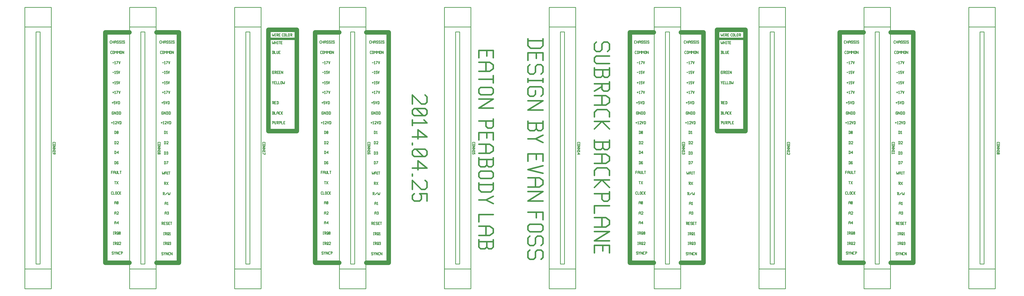
<source format=gbr>
G04 start of page 9 for group -4079 idx -4079 *
G04 Title: (unknown), topsilk *
G04 Creator: pcb 20110918 *
G04 CreationDate: Fri Mar 28 21:41:01 2014 UTC *
G04 For: fosse *
G04 Format: Gerber/RS-274X *
G04 PCB-Dimensions: 1525000 500000 *
G04 PCB-Coordinate-Origin: lower left *
%MOIN*%
%FSLAX25Y25*%
%LNTOPSILK*%
%ADD44C,0.0224*%
%ADD43C,0.0226*%
%ADD42C,0.0232*%
%ADD41C,0.0100*%
%ADD40C,0.0350*%
%ADD39C,0.0700*%
G54D39*X169500Y455000D02*X132300D01*
Y98000D01*
X169500D01*
X246300D02*Y455000D01*
X211500D01*
X457300D02*Y98000D01*
X571300D02*Y455000D01*
X536500D01*
X429000Y459000D02*Y302000D01*
X385000D02*Y459000D01*
G54D40*Y445000D02*X429000D01*
G54D39*Y302000D02*X385000D01*
X1024000Y98000D02*X1058800D01*
Y455000D02*X1024000D01*
X1307000D02*X1269800D01*
Y98000D01*
X1307000D01*
X982000Y455000D02*X944800D01*
Y98000D01*
X982000D01*
X1058800D02*Y455000D01*
X1383800Y98000D02*Y455000D01*
X1349000D01*
X494500D02*X457300D01*
X1349000Y98000D02*X1383800D01*
X211500D02*X246300D01*
X457300D02*X494500D01*
X536500D02*X571300D01*
X385000Y459000D02*X429000D01*
X1080000D02*X1124000D01*
Y302000D01*
X1080000D01*
Y459000D01*
G54D40*Y445000D02*X1124000D01*
G54D41*X1277700Y438000D02*X1279000D01*
X1277000Y438700D02*X1277700Y438000D01*
X1277000Y441300D02*Y438700D01*
Y441300D02*X1277700Y442000D01*
X1279000D01*
X1280200D02*Y438000D01*
X1282700Y442000D02*Y438000D01*
X1280200Y440000D02*X1282700D01*
X1283900Y441000D02*Y438000D01*
Y441000D02*X1284600Y442000D01*
X1285700D01*
X1286400Y441000D01*
Y438000D01*
X1283900Y440000D02*X1286400D01*
X1289600Y442000D02*X1290100Y441500D01*
X1288100Y442000D02*X1289600D01*
X1287600Y441500D02*X1288100Y442000D01*
X1287600Y441500D02*Y440500D01*
X1288100Y440000D01*
X1289600D01*
X1290100Y439500D01*
Y438500D01*
X1289600Y438000D02*X1290100Y438500D01*
X1288100Y438000D02*X1289600D01*
X1287600Y438500D02*X1288100Y438000D01*
X1293300Y442000D02*X1293800Y441500D01*
X1291800Y442000D02*X1293300D01*
X1291300Y441500D02*X1291800Y442000D01*
X1291300Y441500D02*Y440500D01*
X1291800Y440000D01*
X1293300D01*
X1293800Y439500D01*
Y438500D01*
X1293300Y438000D02*X1293800Y438500D01*
X1291800Y438000D02*X1293300D01*
X1291300Y438500D02*X1291800Y438000D01*
X1295000Y442000D02*X1296000D01*
X1295500D02*Y438000D01*
X1295000D02*X1296000D01*
X1299200Y442000D02*X1299700Y441500D01*
X1297700Y442000D02*X1299200D01*
X1297200Y441500D02*X1297700Y442000D01*
X1297200Y441500D02*Y440500D01*
X1297700Y440000D01*
X1299200D01*
X1299700Y439500D01*
Y438500D01*
X1299200Y438000D02*X1299700Y438500D01*
X1297700Y438000D02*X1299200D01*
X1297200Y438500D02*X1297700Y438000D01*
X1281000Y408000D02*X1283000D01*
X1284200Y409200D02*X1285000Y410000D01*
Y406000D01*
X1284200D02*X1285700D01*
X1287400D02*X1289400Y410000D01*
X1286900D02*X1289400D01*
X1290600D02*X1291600Y406000D01*
X1292600Y410000D01*
X1281000Y393000D02*X1283000D01*
X1284200Y394200D02*X1285000Y395000D01*
Y391000D01*
X1284200D02*X1285700D01*
X1286900Y395000D02*X1288900D01*
X1286900D02*Y393000D01*
X1287400Y393500D01*
X1288400D01*
X1288900Y393000D01*
Y391500D01*
X1288400Y391000D02*X1288900Y391500D01*
X1287400Y391000D02*X1288400D01*
X1286900Y391500D02*X1287400Y391000D01*
X1290100Y395000D02*X1291100Y391000D01*
X1292100Y395000D01*
X1278700Y422000D02*X1280000D01*
X1278000Y422700D02*X1278700Y422000D01*
X1278000Y425300D02*Y422700D01*
Y425300D02*X1278700Y426000D01*
X1280000D01*
X1281200Y425500D02*Y422500D01*
Y425500D02*X1281700Y426000D01*
X1282700D01*
X1283200Y425500D01*
Y422500D01*
X1282700Y422000D02*X1283200Y422500D01*
X1281700Y422000D02*X1282700D01*
X1281200Y422500D02*X1281700Y422000D01*
X1284400Y426000D02*Y422000D01*
Y426000D02*X1285900Y424000D01*
X1287400Y426000D01*
Y422000D01*
X1288600Y426000D02*Y422000D01*
Y426000D02*X1290100Y424000D01*
X1291600Y426000D01*
Y422000D01*
X1292800Y425500D02*Y422500D01*
Y425500D02*X1293300Y426000D01*
X1294300D01*
X1294800Y425500D01*
Y422500D01*
X1294300Y422000D02*X1294800Y422500D01*
X1293300Y422000D02*X1294300D01*
X1292800Y422500D02*X1293300Y422000D01*
X1296000Y426000D02*Y422000D01*
Y426000D02*X1298500Y422000D01*
Y426000D02*Y422000D01*
X1281000Y377000D02*X1283000D01*
X1282000Y378000D02*Y376000D01*
X1284200Y378200D02*X1285000Y379000D01*
Y375000D01*
X1284200D02*X1285700D01*
X1286900Y379000D02*X1288900D01*
X1286900D02*Y377000D01*
X1287400Y377500D01*
X1288400D01*
X1288900Y377000D01*
Y375500D01*
X1288400Y375000D02*X1288900Y375500D01*
X1287400Y375000D02*X1288400D01*
X1286900Y375500D02*X1287400Y375000D01*
X1290100Y379000D02*X1291100Y375000D01*
X1292100Y379000D01*
X1281000Y362000D02*X1283000D01*
X1282000Y363000D02*Y361000D01*
X1284200Y363200D02*X1285000Y364000D01*
Y360000D01*
X1284200D02*X1285700D01*
X1287400D02*X1289400Y364000D01*
X1286900D02*X1289400D01*
X1290600D02*X1291600Y360000D01*
X1292600Y364000D01*
X1282000Y332000D02*X1282500Y331500D01*
X1280500Y332000D02*X1282000D01*
X1280000Y331500D02*X1280500Y332000D01*
X1280000Y331500D02*Y328500D01*
X1280500Y328000D01*
X1282000D01*
X1282500Y328500D01*
Y329500D02*Y328500D01*
X1282000Y330000D02*X1282500Y329500D01*
X1281000Y330000D02*X1282000D01*
X1283700Y332000D02*Y328000D01*
Y332000D02*X1286200Y328000D01*
Y332000D02*Y328000D01*
X1287900Y332000D02*Y328000D01*
X1289200Y332000D02*X1289900Y331300D01*
Y328700D01*
X1289200Y328000D02*X1289900Y328700D01*
X1287400Y328000D02*X1289200D01*
X1287400Y332000D02*X1289200D01*
X1291600D02*Y328000D01*
X1292900Y332000D02*X1293600Y331300D01*
Y328700D01*
X1292900Y328000D02*X1293600Y328700D01*
X1291100Y328000D02*X1292900D01*
X1291100Y332000D02*X1292900D01*
X1279000Y315000D02*X1281000D01*
X1280000Y316000D02*Y314000D01*
X1282200Y316200D02*X1283000Y317000D01*
Y313000D01*
X1282200D02*X1283700D01*
X1284900Y316500D02*X1285400Y317000D01*
X1286900D01*
X1287400Y316500D01*
Y315500D01*
X1284900Y313000D02*X1287400Y315500D01*
X1284900Y313000D02*X1287400D01*
X1288600Y317000D02*X1289600Y313000D01*
X1290600Y317000D01*
X1292300D02*Y313000D01*
X1293600Y317000D02*X1294300Y316300D01*
Y313700D01*
X1293600Y313000D02*X1294300Y313700D01*
X1291800Y313000D02*X1293600D01*
X1291800Y317000D02*X1293600D01*
X1280000Y346000D02*X1282000D01*
X1281000Y347000D02*Y345000D01*
X1283200Y348000D02*X1285200D01*
X1283200D02*Y346000D01*
X1283700Y346500D01*
X1284700D01*
X1285200Y346000D01*
Y344500D01*
X1284700Y344000D02*X1285200Y344500D01*
X1283700Y344000D02*X1284700D01*
X1283200Y344500D02*X1283700Y344000D01*
X1286400Y348000D02*X1287400Y344000D01*
X1288400Y348000D01*
X1290100D02*Y344000D01*
X1291400Y348000D02*X1292100Y347300D01*
Y344700D01*
X1291400Y344000D02*X1292100Y344700D01*
X1289600Y344000D02*X1291400D01*
X1289600Y348000D02*X1291400D01*
X1284500Y286000D02*Y282000D01*
X1285800Y286000D02*X1286500Y285300D01*
Y282700D01*
X1285800Y282000D02*X1286500Y282700D01*
X1284000Y282000D02*X1285800D01*
X1284000Y286000D02*X1285800D01*
X1287700Y285500D02*X1288200Y286000D01*
X1289700D01*
X1290200Y285500D01*
Y284500D01*
X1287700Y282000D02*X1290200Y284500D01*
X1287700Y282000D02*X1290200D01*
X1284500Y302000D02*Y298000D01*
X1285800Y302000D02*X1286500Y301300D01*
Y298700D01*
X1285800Y298000D02*X1286500Y298700D01*
X1284000Y298000D02*X1285800D01*
X1284000Y302000D02*X1285800D01*
X1287700Y298500D02*X1288200Y298000D01*
X1287700Y301500D02*Y298500D01*
Y301500D02*X1288200Y302000D01*
X1289200D01*
X1289700Y301500D01*
Y298500D01*
X1289200Y298000D02*X1289700Y298500D01*
X1288200Y298000D02*X1289200D01*
X1287700Y299000D02*X1289700Y301000D01*
X1284500Y271000D02*Y267000D01*
X1285800Y271000D02*X1286500Y270300D01*
Y267700D01*
X1285800Y267000D02*X1286500Y267700D01*
X1284000Y267000D02*X1285800D01*
X1284000Y271000D02*X1285800D01*
X1287700Y268500D02*X1289700Y271000D01*
X1287700Y268500D02*X1290200D01*
X1289700Y271000D02*Y267000D01*
X1284500Y255000D02*Y251000D01*
X1285800Y255000D02*X1286500Y254300D01*
Y251700D01*
X1285800Y251000D02*X1286500Y251700D01*
X1284000Y251000D02*X1285800D01*
X1284000Y255000D02*X1285800D01*
X1289200D02*X1289700Y254500D01*
X1288200Y255000D02*X1289200D01*
X1287700Y254500D02*X1288200Y255000D01*
X1287700Y254500D02*Y251500D01*
X1288200Y251000D01*
X1289200Y253200D02*X1289700Y252700D01*
X1287700Y253200D02*X1289200D01*
X1288200Y251000D02*X1289200D01*
X1289700Y251500D01*
Y252700D02*Y251500D01*
X1284000Y224000D02*X1286000D01*
X1285000D02*Y220000D01*
X1287200D02*X1289700Y224000D01*
X1287200D02*X1289700Y220000D01*
X1279000Y240000D02*Y236000D01*
Y240000D02*X1281000D01*
X1279000Y238200D02*X1280500D01*
X1282200Y239000D02*Y236000D01*
Y239000D02*X1282900Y240000D01*
X1284000D01*
X1284700Y239000D01*
Y236000D01*
X1282200Y238000D02*X1284700D01*
X1285900Y240000D02*Y236500D01*
X1286400Y236000D01*
X1287400D01*
X1287900Y236500D01*
Y240000D02*Y236500D01*
X1289100Y240000D02*Y236000D01*
X1291100D01*
X1292300Y240000D02*X1294300D01*
X1293300D02*Y236000D01*
X1279700Y204000D02*X1281000D01*
X1279000Y204700D02*X1279700Y204000D01*
X1279000Y207300D02*Y204700D01*
Y207300D02*X1279700Y208000D01*
X1281000D01*
X1282200D02*Y204000D01*
X1284200D01*
X1285400Y207500D02*Y204500D01*
Y207500D02*X1285900Y208000D01*
X1286900D01*
X1287400Y207500D01*
Y204500D01*
X1286900Y204000D02*X1287400Y204500D01*
X1285900Y204000D02*X1286900D01*
X1285400Y204500D02*X1285900Y204000D01*
X1289300D02*X1290600D01*
X1288600Y204700D02*X1289300Y204000D01*
X1288600Y207300D02*Y204700D01*
Y207300D02*X1289300Y208000D01*
X1290600D01*
X1291800D02*Y204000D01*
Y206000D02*X1293800Y208000D01*
X1291800Y206000D02*X1293800Y204000D01*
X1284000Y192000D02*Y189000D01*
Y192000D02*X1284700Y193000D01*
X1285800D01*
X1286500Y192000D01*
Y189000D01*
X1284000Y191000D02*X1286500D01*
X1287700Y189500D02*X1288200Y189000D01*
X1287700Y192500D02*Y189500D01*
Y192500D02*X1288200Y193000D01*
X1289200D01*
X1289700Y192500D01*
Y189500D01*
X1289200Y189000D02*X1289700Y189500D01*
X1288200Y189000D02*X1289200D01*
X1287700Y190000D02*X1289700Y192000D01*
X1284000Y176000D02*Y173000D01*
Y176000D02*X1284700Y177000D01*
X1285800D01*
X1286500Y176000D01*
Y173000D01*
X1284000Y175000D02*X1286500D01*
X1287700Y176500D02*X1288200Y177000D01*
X1289700D01*
X1290200Y176500D01*
Y175500D01*
X1287700Y173000D02*X1290200Y175500D01*
X1287700Y173000D02*X1290200D01*
X1284000Y161000D02*Y158000D01*
Y161000D02*X1284700Y162000D01*
X1285800D01*
X1286500Y161000D01*
Y158000D01*
X1284000Y160000D02*X1286500D01*
X1287700Y159500D02*X1289700Y162000D01*
X1287700Y159500D02*X1290200D01*
X1289700Y162000D02*Y158000D01*
X1282000Y146000D02*X1283000D01*
X1282500D02*Y142000D01*
X1282000D02*X1283000D01*
X1284200Y146000D02*X1286200D01*
X1286700Y145500D01*
Y144500D01*
X1286200Y144000D02*X1286700Y144500D01*
X1284700Y144000D02*X1286200D01*
X1284700Y146000D02*Y142000D01*
X1285500Y144000D02*X1286700Y142000D01*
X1287900Y145500D02*Y142500D01*
Y145500D02*X1288400Y146000D01*
X1289400D01*
X1289900Y145500D01*
Y143000D01*
X1288900Y142000D02*X1289900Y143000D01*
X1288400Y142000D02*X1288900D01*
X1287900Y142500D02*X1288400Y142000D01*
X1288900Y143500D02*X1289900Y142000D01*
X1291100Y142500D02*X1291600Y142000D01*
X1291100Y145500D02*Y142500D01*
Y145500D02*X1291600Y146000D01*
X1292600D01*
X1293100Y145500D01*
Y142500D01*
X1292600Y142000D02*X1293100Y142500D01*
X1291600Y142000D02*X1292600D01*
X1291100Y143000D02*X1293100Y145000D01*
X1282000Y130000D02*X1283000D01*
X1282500D02*Y126000D01*
X1282000D02*X1283000D01*
X1284200Y130000D02*X1286200D01*
X1286700Y129500D01*
Y128500D01*
X1286200Y128000D02*X1286700Y128500D01*
X1284700Y128000D02*X1286200D01*
X1284700Y130000D02*Y126000D01*
X1285500Y128000D02*X1286700Y126000D01*
X1287900Y129500D02*Y126500D01*
Y129500D02*X1288400Y130000D01*
X1289400D01*
X1289900Y129500D01*
Y127000D01*
X1288900Y126000D02*X1289900Y127000D01*
X1288400Y126000D02*X1288900D01*
X1287900Y126500D02*X1288400Y126000D01*
X1288900Y127500D02*X1289900Y126000D01*
X1291100Y129500D02*X1291600Y130000D01*
X1293100D01*
X1293600Y129500D01*
Y128500D01*
X1291100Y126000D02*X1293600Y128500D01*
X1291100Y126000D02*X1293600D01*
X1282000Y115000D02*X1282500Y114500D01*
X1280500Y115000D02*X1282000D01*
X1280000Y114500D02*X1280500Y115000D01*
X1280000Y114500D02*Y113500D01*
X1280500Y113000D01*
X1282000D01*
X1282500Y112500D01*
Y111500D01*
X1282000Y111000D02*X1282500Y111500D01*
X1280500Y111000D02*X1282000D01*
X1280000Y111500D02*X1280500Y111000D01*
X1283700Y115000D02*X1284700Y113000D01*
X1285700Y115000D01*
X1284700Y113000D02*Y111000D01*
X1286900Y115000D02*Y111000D01*
Y115000D02*X1289400Y111000D01*
Y115000D02*Y111000D01*
X1291300D02*X1292600D01*
X1290600Y111700D02*X1291300Y111000D01*
X1290600Y114300D02*Y111700D01*
Y114300D02*X1291300Y115000D01*
X1292600D01*
X1294300D02*Y111000D01*
X1293800Y115000D02*X1295800D01*
X1296300Y114500D01*
Y113500D01*
X1295800Y113000D02*X1296300Y113500D01*
X1294300Y113000D02*X1295800D01*
X1361500Y270000D02*Y266000D01*
X1362800Y270000D02*X1363500Y269300D01*
Y266700D01*
X1362800Y266000D02*X1363500Y266700D01*
X1361000Y266000D02*X1362800D01*
X1361000Y270000D02*X1362800D01*
X1364700Y269500D02*X1365200Y270000D01*
X1366200D01*
X1366700Y269500D01*
X1366200Y266000D02*X1366700Y266500D01*
X1365200Y266000D02*X1366200D01*
X1364700Y266500D02*X1365200Y266000D01*
Y268200D02*X1366200D01*
X1366700Y269500D02*Y268700D01*
Y267700D02*Y266500D01*
Y267700D02*X1366200Y268200D01*
X1366700Y268700D02*X1366200Y268200D01*
X1361500Y286000D02*Y282000D01*
X1362800Y286000D02*X1363500Y285300D01*
Y282700D01*
X1362800Y282000D02*X1363500Y282700D01*
X1361000Y282000D02*X1362800D01*
X1361000Y286000D02*X1362800D01*
X1364700Y285500D02*X1365200Y286000D01*
X1366700D01*
X1367200Y285500D01*
Y284500D01*
X1364700Y282000D02*X1367200Y284500D01*
X1364700Y282000D02*X1367200D01*
X1361500Y255000D02*Y251000D01*
X1362800Y255000D02*X1363500Y254300D01*
Y251700D01*
X1362800Y251000D02*X1363500Y251700D01*
X1361000Y251000D02*X1362800D01*
X1361000Y255000D02*X1362800D01*
X1365200Y251000D02*X1367200Y255000D01*
X1364700D02*X1367200D01*
X1358000Y239000D02*Y237000D01*
X1358500Y235000D01*
X1359500Y237000D01*
X1360500Y235000D01*
X1361000Y237000D01*
Y239000D02*Y237000D01*
X1362200Y238000D02*Y235000D01*
Y238000D02*X1362900Y239000D01*
X1364000D01*
X1364700Y238000D01*
Y235000D01*
X1362200Y237000D02*X1364700D01*
X1365900Y239000D02*X1366900D01*
X1366400D02*Y235000D01*
X1365900D02*X1366900D01*
X1368100Y239000D02*X1370100D01*
X1369100D02*Y235000D01*
X1361000Y223000D02*X1363000D01*
X1363500Y222500D01*
Y221500D01*
X1363000Y221000D02*X1363500Y221500D01*
X1361500Y221000D02*X1363000D01*
X1361500Y223000D02*Y219000D01*
X1362300Y221000D02*X1363500Y219000D01*
X1364700D02*X1367200Y223000D01*
X1364700D02*X1367200Y219000D01*
X1359000Y207000D02*X1361000D01*
X1361500Y206500D01*
Y205500D01*
X1361000Y205000D02*X1361500Y205500D01*
X1359500Y205000D02*X1361000D01*
X1359500Y207000D02*Y203000D01*
X1360300Y205000D02*X1361500Y203000D01*
X1362700Y203500D02*X1365700Y206500D01*
X1366900Y207000D02*Y205000D01*
X1367400Y203000D01*
X1368400Y205000D01*
X1369400Y203000D01*
X1369900Y205000D01*
Y207000D02*Y205000D01*
X1362000Y191000D02*Y188000D01*
Y191000D02*X1362700Y192000D01*
X1363800D01*
X1364500Y191000D01*
Y188000D01*
X1362000Y190000D02*X1364500D01*
X1365700Y191200D02*X1366500Y192000D01*
Y188000D01*
X1365700D02*X1367200D01*
X1362000Y176000D02*Y173000D01*
Y176000D02*X1362700Y177000D01*
X1363800D01*
X1364500Y176000D01*
Y173000D01*
X1362000Y175000D02*X1364500D01*
X1365700Y176500D02*X1366200Y177000D01*
X1367200D01*
X1367700Y176500D01*
X1367200Y173000D02*X1367700Y173500D01*
X1366200Y173000D02*X1367200D01*
X1365700Y173500D02*X1366200Y173000D01*
Y175200D02*X1367200D01*
X1367700Y176500D02*Y175700D01*
Y174700D02*Y173500D01*
Y174700D02*X1367200Y175200D01*
X1367700Y175700D02*X1367200Y175200D01*
X1357000Y161000D02*X1359000D01*
X1359500Y160500D01*
Y159500D01*
X1359000Y159000D02*X1359500Y159500D01*
X1357500Y159000D02*X1359000D01*
X1357500Y161000D02*Y157000D01*
X1358300Y159000D02*X1359500Y157000D01*
X1360700Y159200D02*X1362200D01*
X1360700Y157000D02*X1362700D01*
X1360700Y161000D02*Y157000D01*
Y161000D02*X1362700D01*
X1365900D02*X1366400Y160500D01*
X1364400Y161000D02*X1365900D01*
X1363900Y160500D02*X1364400Y161000D01*
X1363900Y160500D02*Y159500D01*
X1364400Y159000D01*
X1365900D01*
X1366400Y158500D01*
Y157500D01*
X1365900Y157000D02*X1366400Y157500D01*
X1364400Y157000D02*X1365900D01*
X1363900Y157500D02*X1364400Y157000D01*
X1367600Y159200D02*X1369100D01*
X1367600Y157000D02*X1369600D01*
X1367600Y161000D02*Y157000D01*
Y161000D02*X1369600D01*
X1370800D02*X1372800D01*
X1371800D02*Y157000D01*
X1360000Y145000D02*X1361000D01*
X1360500D02*Y141000D01*
X1360000D02*X1361000D01*
X1362200Y145000D02*X1364200D01*
X1364700Y144500D01*
Y143500D01*
X1364200Y143000D02*X1364700Y143500D01*
X1362700Y143000D02*X1364200D01*
X1362700Y145000D02*Y141000D01*
X1363500Y143000D02*X1364700Y141000D01*
X1365900Y144500D02*Y141500D01*
Y144500D02*X1366400Y145000D01*
X1367400D01*
X1367900Y144500D01*
Y142000D01*
X1366900Y141000D02*X1367900Y142000D01*
X1366400Y141000D02*X1366900D01*
X1365900Y141500D02*X1366400Y141000D01*
X1366900Y142500D02*X1367900Y141000D01*
X1369100Y144200D02*X1369900Y145000D01*
Y141000D01*
X1369100D02*X1370600D01*
X1360000Y130000D02*X1361000D01*
X1360500D02*Y126000D01*
X1360000D02*X1361000D01*
X1362200Y130000D02*X1364200D01*
X1364700Y129500D01*
Y128500D01*
X1364200Y128000D02*X1364700Y128500D01*
X1362700Y128000D02*X1364200D01*
X1362700Y130000D02*Y126000D01*
X1363500Y128000D02*X1364700Y126000D01*
X1365900Y129500D02*Y126500D01*
Y129500D02*X1366400Y130000D01*
X1367400D01*
X1367900Y129500D01*
Y127000D01*
X1366900Y126000D02*X1367900Y127000D01*
X1366400Y126000D02*X1366900D01*
X1365900Y126500D02*X1366400Y126000D01*
X1366900Y127500D02*X1367900Y126000D01*
X1369100Y129500D02*X1369600Y130000D01*
X1370600D01*
X1371100Y129500D01*
X1370600Y126000D02*X1371100Y126500D01*
X1369600Y126000D02*X1370600D01*
X1369100Y126500D02*X1369600Y126000D01*
Y128200D02*X1370600D01*
X1371100Y129500D02*Y128700D01*
Y127700D02*Y126500D01*
Y127700D02*X1370600Y128200D01*
X1371100Y128700D02*X1370600Y128200D01*
X1359000Y114000D02*X1359500Y113500D01*
X1357500Y114000D02*X1359000D01*
X1357000Y113500D02*X1357500Y114000D01*
X1357000Y113500D02*Y112500D01*
X1357500Y112000D01*
X1359000D01*
X1359500Y111500D01*
Y110500D01*
X1359000Y110000D02*X1359500Y110500D01*
X1357500Y110000D02*X1359000D01*
X1357000Y110500D02*X1357500Y110000D01*
X1360700Y114000D02*X1361700Y112000D01*
X1362700Y114000D01*
X1361700Y112000D02*Y110000D01*
X1363900Y114000D02*Y110000D01*
Y114000D02*X1366400Y110000D01*
Y114000D02*Y110000D01*
X1368300D02*X1369600D01*
X1367600Y110700D02*X1368300Y110000D01*
X1367600Y113300D02*Y110700D01*
Y113300D02*X1368300Y114000D01*
X1369600D01*
X1370800D02*Y110000D01*
Y114000D02*X1373300Y110000D01*
Y114000D02*Y110000D01*
X1354700Y438000D02*X1356000D01*
X1354000Y438700D02*X1354700Y438000D01*
X1354000Y441300D02*Y438700D01*
Y441300D02*X1354700Y442000D01*
X1356000D01*
X1357200D02*Y438000D01*
X1359700Y442000D02*Y438000D01*
X1357200Y440000D02*X1359700D01*
X1360900Y441000D02*Y438000D01*
Y441000D02*X1361600Y442000D01*
X1362700D01*
X1363400Y441000D01*
Y438000D01*
X1360900Y440000D02*X1363400D01*
X1366600Y442000D02*X1367100Y441500D01*
X1365100Y442000D02*X1366600D01*
X1364600Y441500D02*X1365100Y442000D01*
X1364600Y441500D02*Y440500D01*
X1365100Y440000D01*
X1366600D01*
X1367100Y439500D01*
Y438500D01*
X1366600Y438000D02*X1367100Y438500D01*
X1365100Y438000D02*X1366600D01*
X1364600Y438500D02*X1365100Y438000D01*
X1370300Y442000D02*X1370800Y441500D01*
X1368800Y442000D02*X1370300D01*
X1368300Y441500D02*X1368800Y442000D01*
X1368300Y441500D02*Y440500D01*
X1368800Y440000D01*
X1370300D01*
X1370800Y439500D01*
Y438500D01*
X1370300Y438000D02*X1370800Y438500D01*
X1368800Y438000D02*X1370300D01*
X1368300Y438500D02*X1368800Y438000D01*
X1372000Y442000D02*X1373000D01*
X1372500D02*Y438000D01*
X1372000D02*X1373000D01*
X1376200Y442000D02*X1376700Y441500D01*
X1374700Y442000D02*X1376200D01*
X1374200Y441500D02*X1374700Y442000D01*
X1374200Y441500D02*Y440500D01*
X1374700Y440000D01*
X1376200D01*
X1376700Y439500D01*
Y438500D01*
X1376200Y438000D02*X1376700Y438500D01*
X1374700Y438000D02*X1376200D01*
X1374200Y438500D02*X1374700Y438000D01*
X1358000Y408000D02*X1360000D01*
X1361200Y409200D02*X1362000Y410000D01*
Y406000D01*
X1361200D02*X1362700D01*
X1364400D02*X1366400Y410000D01*
X1363900D02*X1366400D01*
X1367600D02*X1368600Y406000D01*
X1369600Y410000D01*
X1355700Y422000D02*X1357000D01*
X1355000Y422700D02*X1355700Y422000D01*
X1355000Y425300D02*Y422700D01*
Y425300D02*X1355700Y426000D01*
X1357000D01*
X1358200Y425500D02*Y422500D01*
Y425500D02*X1358700Y426000D01*
X1359700D01*
X1360200Y425500D01*
Y422500D01*
X1359700Y422000D02*X1360200Y422500D01*
X1358700Y422000D02*X1359700D01*
X1358200Y422500D02*X1358700Y422000D01*
X1361400Y426000D02*Y422000D01*
Y426000D02*X1362900Y424000D01*
X1364400Y426000D01*
Y422000D01*
X1365600Y426000D02*Y422000D01*
Y426000D02*X1367100Y424000D01*
X1368600Y426000D01*
Y422000D01*
X1369800Y425500D02*Y422500D01*
Y425500D02*X1370300Y426000D01*
X1371300D01*
X1371800Y425500D01*
Y422500D01*
X1371300Y422000D02*X1371800Y422500D01*
X1370300Y422000D02*X1371300D01*
X1369800Y422500D02*X1370300Y422000D01*
X1373000Y426000D02*Y422000D01*
Y426000D02*X1375500Y422000D01*
Y426000D02*Y422000D01*
X1358000Y393000D02*X1360000D01*
X1361200Y394200D02*X1362000Y395000D01*
Y391000D01*
X1361200D02*X1362700D01*
X1363900Y395000D02*X1365900D01*
X1363900D02*Y393000D01*
X1364400Y393500D01*
X1365400D01*
X1365900Y393000D01*
Y391500D01*
X1365400Y391000D02*X1365900Y391500D01*
X1364400Y391000D02*X1365400D01*
X1363900Y391500D02*X1364400Y391000D01*
X1367100Y395000D02*X1368100Y391000D01*
X1369100Y395000D01*
X1358000Y377000D02*X1360000D01*
X1359000Y378000D02*Y376000D01*
X1361200Y378200D02*X1362000Y379000D01*
Y375000D01*
X1361200D02*X1362700D01*
X1363900Y379000D02*X1365900D01*
X1363900D02*Y377000D01*
X1364400Y377500D01*
X1365400D01*
X1365900Y377000D01*
Y375500D01*
X1365400Y375000D02*X1365900Y375500D01*
X1364400Y375000D02*X1365400D01*
X1363900Y375500D02*X1364400Y375000D01*
X1367100Y379000D02*X1368100Y375000D01*
X1369100Y379000D01*
X1358000Y362000D02*X1360000D01*
X1359000Y363000D02*Y361000D01*
X1361200Y363200D02*X1362000Y364000D01*
Y360000D01*
X1361200D02*X1362700D01*
X1364400D02*X1366400Y364000D01*
X1363900D02*X1366400D01*
X1367600D02*X1368600Y360000D01*
X1369600Y364000D01*
X1357000Y346000D02*X1359000D01*
X1358000Y347000D02*Y345000D01*
X1360200Y348000D02*X1362200D01*
X1360200D02*Y346000D01*
X1360700Y346500D01*
X1361700D01*
X1362200Y346000D01*
Y344500D01*
X1361700Y344000D02*X1362200Y344500D01*
X1360700Y344000D02*X1361700D01*
X1360200Y344500D02*X1360700Y344000D01*
X1363400Y348000D02*X1364400Y344000D01*
X1365400Y348000D01*
X1367100D02*Y344000D01*
X1368400Y348000D02*X1369100Y347300D01*
Y344700D01*
X1368400Y344000D02*X1369100Y344700D01*
X1366600Y344000D02*X1368400D01*
X1366600Y348000D02*X1368400D01*
X1359000Y332000D02*X1359500Y331500D01*
X1357500Y332000D02*X1359000D01*
X1357000Y331500D02*X1357500Y332000D01*
X1357000Y331500D02*Y328500D01*
X1357500Y328000D01*
X1359000D01*
X1359500Y328500D01*
Y329500D02*Y328500D01*
X1359000Y330000D02*X1359500Y329500D01*
X1358000Y330000D02*X1359000D01*
X1360700Y332000D02*Y328000D01*
Y332000D02*X1363200Y328000D01*
Y332000D02*Y328000D01*
X1364900Y332000D02*Y328000D01*
X1366200Y332000D02*X1366900Y331300D01*
Y328700D01*
X1366200Y328000D02*X1366900Y328700D01*
X1364400Y328000D02*X1366200D01*
X1364400Y332000D02*X1366200D01*
X1368600D02*Y328000D01*
X1369900Y332000D02*X1370600Y331300D01*
Y328700D01*
X1369900Y328000D02*X1370600Y328700D01*
X1368100Y328000D02*X1369900D01*
X1368100Y332000D02*X1369900D01*
X1356000Y315000D02*X1358000D01*
X1357000Y316000D02*Y314000D01*
X1359200Y316200D02*X1360000Y317000D01*
Y313000D01*
X1359200D02*X1360700D01*
X1361900Y316500D02*X1362400Y317000D01*
X1363900D01*
X1364400Y316500D01*
Y315500D01*
X1361900Y313000D02*X1364400Y315500D01*
X1361900Y313000D02*X1364400D01*
X1365600Y317000D02*X1366600Y313000D01*
X1367600Y317000D01*
X1369300D02*Y313000D01*
X1370600Y317000D02*X1371300Y316300D01*
Y313700D01*
X1370600Y313000D02*X1371300Y313700D01*
X1368800Y313000D02*X1370600D01*
X1368800Y317000D02*X1370600D01*
X1361500Y302000D02*Y298000D01*
X1362800Y302000D02*X1363500Y301300D01*
Y298700D01*
X1362800Y298000D02*X1363500Y298700D01*
X1361000Y298000D02*X1362800D01*
X1361000Y302000D02*X1362800D01*
X1364700Y301200D02*X1365500Y302000D01*
Y298000D01*
X1364700D02*X1366200D01*
X959500Y286000D02*Y282000D01*
X960800Y286000D02*X961500Y285300D01*
Y282700D01*
X960800Y282000D02*X961500Y282700D01*
X959000Y282000D02*X960800D01*
X959000Y286000D02*X960800D01*
X962700Y285500D02*X963200Y286000D01*
X964700D01*
X965200Y285500D01*
Y284500D01*
X962700Y282000D02*X965200Y284500D01*
X962700Y282000D02*X965200D01*
X959500Y302000D02*Y298000D01*
X960800Y302000D02*X961500Y301300D01*
Y298700D01*
X960800Y298000D02*X961500Y298700D01*
X959000Y298000D02*X960800D01*
X959000Y302000D02*X960800D01*
X962700Y298500D02*X963200Y298000D01*
X962700Y301500D02*Y298500D01*
Y301500D02*X963200Y302000D01*
X964200D01*
X964700Y301500D01*
Y298500D01*
X964200Y298000D02*X964700Y298500D01*
X963200Y298000D02*X964200D01*
X962700Y299000D02*X964700Y301000D01*
X959500Y271000D02*Y267000D01*
X960800Y271000D02*X961500Y270300D01*
Y267700D01*
X960800Y267000D02*X961500Y267700D01*
X959000Y267000D02*X960800D01*
X959000Y271000D02*X960800D01*
X962700Y268500D02*X964700Y271000D01*
X962700Y268500D02*X965200D01*
X964700Y271000D02*Y267000D01*
X959500Y255000D02*Y251000D01*
X960800Y255000D02*X961500Y254300D01*
Y251700D01*
X960800Y251000D02*X961500Y251700D01*
X959000Y251000D02*X960800D01*
X959000Y255000D02*X960800D01*
X964200D02*X964700Y254500D01*
X963200Y255000D02*X964200D01*
X962700Y254500D02*X963200Y255000D01*
X962700Y254500D02*Y251500D01*
X963200Y251000D01*
X964200Y253200D02*X964700Y252700D01*
X962700Y253200D02*X964200D01*
X963200Y251000D02*X964200D01*
X964700Y251500D01*
Y252700D02*Y251500D01*
X959000Y224000D02*X961000D01*
X960000D02*Y220000D01*
X962200D02*X964700Y224000D01*
X962200D02*X964700Y220000D01*
X954000Y240000D02*Y236000D01*
Y240000D02*X956000D01*
X954000Y238200D02*X955500D01*
X957200Y239000D02*Y236000D01*
Y239000D02*X957900Y240000D01*
X959000D01*
X959700Y239000D01*
Y236000D01*
X957200Y238000D02*X959700D01*
X960900Y240000D02*Y236500D01*
X961400Y236000D01*
X962400D01*
X962900Y236500D01*
Y240000D02*Y236500D01*
X964100Y240000D02*Y236000D01*
X966100D01*
X967300Y240000D02*X969300D01*
X968300D02*Y236000D01*
X954700Y204000D02*X956000D01*
X954000Y204700D02*X954700Y204000D01*
X954000Y207300D02*Y204700D01*
Y207300D02*X954700Y208000D01*
X956000D01*
X957200D02*Y204000D01*
X959200D01*
X960400Y207500D02*Y204500D01*
Y207500D02*X960900Y208000D01*
X961900D01*
X962400Y207500D01*
Y204500D01*
X961900Y204000D02*X962400Y204500D01*
X960900Y204000D02*X961900D01*
X960400Y204500D02*X960900Y204000D01*
X964300D02*X965600D01*
X963600Y204700D02*X964300Y204000D01*
X963600Y207300D02*Y204700D01*
Y207300D02*X964300Y208000D01*
X965600D01*
X966800D02*Y204000D01*
Y206000D02*X968800Y208000D01*
X966800Y206000D02*X968800Y204000D01*
X959000Y192000D02*Y189000D01*
Y192000D02*X959700Y193000D01*
X960800D01*
X961500Y192000D01*
Y189000D01*
X959000Y191000D02*X961500D01*
X962700Y189500D02*X963200Y189000D01*
X962700Y192500D02*Y189500D01*
Y192500D02*X963200Y193000D01*
X964200D01*
X964700Y192500D01*
Y189500D01*
X964200Y189000D02*X964700Y189500D01*
X963200Y189000D02*X964200D01*
X962700Y190000D02*X964700Y192000D01*
X959000Y176000D02*Y173000D01*
Y176000D02*X959700Y177000D01*
X960800D01*
X961500Y176000D01*
Y173000D01*
X959000Y175000D02*X961500D01*
X962700Y176500D02*X963200Y177000D01*
X964700D01*
X965200Y176500D01*
Y175500D01*
X962700Y173000D02*X965200Y175500D01*
X962700Y173000D02*X965200D01*
X959000Y161000D02*Y158000D01*
Y161000D02*X959700Y162000D01*
X960800D01*
X961500Y161000D01*
Y158000D01*
X959000Y160000D02*X961500D01*
X962700Y159500D02*X964700Y162000D01*
X962700Y159500D02*X965200D01*
X964700Y162000D02*Y158000D01*
X957000Y146000D02*X958000D01*
X957500D02*Y142000D01*
X957000D02*X958000D01*
X959200Y146000D02*X961200D01*
X961700Y145500D01*
Y144500D01*
X961200Y144000D02*X961700Y144500D01*
X959700Y144000D02*X961200D01*
X959700Y146000D02*Y142000D01*
X960500Y144000D02*X961700Y142000D01*
X962900Y145500D02*Y142500D01*
Y145500D02*X963400Y146000D01*
X964400D01*
X964900Y145500D01*
Y143000D01*
X963900Y142000D02*X964900Y143000D01*
X963400Y142000D02*X963900D01*
X962900Y142500D02*X963400Y142000D01*
X963900Y143500D02*X964900Y142000D01*
X966100Y142500D02*X966600Y142000D01*
X966100Y145500D02*Y142500D01*
Y145500D02*X966600Y146000D01*
X967600D01*
X968100Y145500D01*
Y142500D01*
X967600Y142000D02*X968100Y142500D01*
X966600Y142000D02*X967600D01*
X966100Y143000D02*X968100Y145000D01*
X957000Y130000D02*X958000D01*
X957500D02*Y126000D01*
X957000D02*X958000D01*
X959200Y130000D02*X961200D01*
X961700Y129500D01*
Y128500D01*
X961200Y128000D02*X961700Y128500D01*
X959700Y128000D02*X961200D01*
X959700Y130000D02*Y126000D01*
X960500Y128000D02*X961700Y126000D01*
X962900Y129500D02*Y126500D01*
Y129500D02*X963400Y130000D01*
X964400D01*
X964900Y129500D01*
Y127000D01*
X963900Y126000D02*X964900Y127000D01*
X963400Y126000D02*X963900D01*
X962900Y126500D02*X963400Y126000D01*
X963900Y127500D02*X964900Y126000D01*
X966100Y129500D02*X966600Y130000D01*
X968100D01*
X968600Y129500D01*
Y128500D01*
X966100Y126000D02*X968600Y128500D01*
X966100Y126000D02*X968600D01*
X957000Y115000D02*X957500Y114500D01*
X955500Y115000D02*X957000D01*
X955000Y114500D02*X955500Y115000D01*
X955000Y114500D02*Y113500D01*
X955500Y113000D01*
X957000D01*
X957500Y112500D01*
Y111500D01*
X957000Y111000D02*X957500Y111500D01*
X955500Y111000D02*X957000D01*
X955000Y111500D02*X955500Y111000D01*
X958700Y115000D02*X959700Y113000D01*
X960700Y115000D01*
X959700Y113000D02*Y111000D01*
X961900Y115000D02*Y111000D01*
Y115000D02*X964400Y111000D01*
Y115000D02*Y111000D01*
X966300D02*X967600D01*
X965600Y111700D02*X966300Y111000D01*
X965600Y114300D02*Y111700D01*
Y114300D02*X966300Y115000D01*
X967600D01*
X969300D02*Y111000D01*
X968800Y115000D02*X970800D01*
X971300Y114500D01*
Y113500D01*
X970800Y113000D02*X971300Y113500D01*
X969300Y113000D02*X970800D01*
X956000Y377000D02*X958000D01*
X957000Y378000D02*Y376000D01*
X959200Y378200D02*X960000Y379000D01*
Y375000D01*
X959200D02*X960700D01*
X961900Y379000D02*X963900D01*
X961900D02*Y377000D01*
X962400Y377500D01*
X963400D01*
X963900Y377000D01*
Y375500D01*
X963400Y375000D02*X963900Y375500D01*
X962400Y375000D02*X963400D01*
X961900Y375500D02*X962400Y375000D01*
X965100Y379000D02*X966100Y375000D01*
X967100Y379000D01*
X956000Y362000D02*X958000D01*
X957000Y363000D02*Y361000D01*
X959200Y363200D02*X960000Y364000D01*
Y360000D01*
X959200D02*X960700D01*
X962400D02*X964400Y364000D01*
X961900D02*X964400D01*
X965600D02*X966600Y360000D01*
X967600Y364000D01*
X957000Y332000D02*X957500Y331500D01*
X955500Y332000D02*X957000D01*
X955000Y331500D02*X955500Y332000D01*
X955000Y331500D02*Y328500D01*
X955500Y328000D01*
X957000D01*
X957500Y328500D01*
Y329500D02*Y328500D01*
X957000Y330000D02*X957500Y329500D01*
X956000Y330000D02*X957000D01*
X958700Y332000D02*Y328000D01*
Y332000D02*X961200Y328000D01*
Y332000D02*Y328000D01*
X962900Y332000D02*Y328000D01*
X964200Y332000D02*X964900Y331300D01*
Y328700D01*
X964200Y328000D02*X964900Y328700D01*
X962400Y328000D02*X964200D01*
X962400Y332000D02*X964200D01*
X966600D02*Y328000D01*
X967900Y332000D02*X968600Y331300D01*
Y328700D01*
X967900Y328000D02*X968600Y328700D01*
X966100Y328000D02*X967900D01*
X966100Y332000D02*X967900D01*
X954000Y315000D02*X956000D01*
X955000Y316000D02*Y314000D01*
X957200Y316200D02*X958000Y317000D01*
Y313000D01*
X957200D02*X958700D01*
X959900Y316500D02*X960400Y317000D01*
X961900D01*
X962400Y316500D01*
Y315500D01*
X959900Y313000D02*X962400Y315500D01*
X959900Y313000D02*X962400D01*
X963600Y317000D02*X964600Y313000D01*
X965600Y317000D01*
X967300D02*Y313000D01*
X968600Y317000D02*X969300Y316300D01*
Y313700D01*
X968600Y313000D02*X969300Y313700D01*
X966800Y313000D02*X968600D01*
X966800Y317000D02*X968600D01*
X955000Y346000D02*X957000D01*
X956000Y347000D02*Y345000D01*
X958200Y348000D02*X960200D01*
X958200D02*Y346000D01*
X958700Y346500D01*
X959700D01*
X960200Y346000D01*
Y344500D01*
X959700Y344000D02*X960200Y344500D01*
X958700Y344000D02*X959700D01*
X958200Y344500D02*X958700Y344000D01*
X961400Y348000D02*X962400Y344000D01*
X963400Y348000D01*
X965100D02*Y344000D01*
X966400Y348000D02*X967100Y347300D01*
Y344700D01*
X966400Y344000D02*X967100Y344700D01*
X964600Y344000D02*X966400D01*
X964600Y348000D02*X966400D01*
X952700Y438000D02*X954000D01*
X952000Y438700D02*X952700Y438000D01*
X952000Y441300D02*Y438700D01*
Y441300D02*X952700Y442000D01*
X954000D01*
X955200D02*Y438000D01*
X957700Y442000D02*Y438000D01*
X955200Y440000D02*X957700D01*
X958900Y441000D02*Y438000D01*
Y441000D02*X959600Y442000D01*
X960700D01*
X961400Y441000D01*
Y438000D01*
X958900Y440000D02*X961400D01*
X964600Y442000D02*X965100Y441500D01*
X963100Y442000D02*X964600D01*
X962600Y441500D02*X963100Y442000D01*
X962600Y441500D02*Y440500D01*
X963100Y440000D01*
X964600D01*
X965100Y439500D01*
Y438500D01*
X964600Y438000D02*X965100Y438500D01*
X963100Y438000D02*X964600D01*
X962600Y438500D02*X963100Y438000D01*
X968300Y442000D02*X968800Y441500D01*
X966800Y442000D02*X968300D01*
X966300Y441500D02*X966800Y442000D01*
X966300Y441500D02*Y440500D01*
X966800Y440000D01*
X968300D01*
X968800Y439500D01*
Y438500D01*
X968300Y438000D02*X968800Y438500D01*
X966800Y438000D02*X968300D01*
X966300Y438500D02*X966800Y438000D01*
X970000Y442000D02*X971000D01*
X970500D02*Y438000D01*
X970000D02*X971000D01*
X974200Y442000D02*X974700Y441500D01*
X972700Y442000D02*X974200D01*
X972200Y441500D02*X972700Y442000D01*
X972200Y441500D02*Y440500D01*
X972700Y440000D01*
X974200D01*
X974700Y439500D01*
Y438500D01*
X974200Y438000D02*X974700Y438500D01*
X972700Y438000D02*X974200D01*
X972200Y438500D02*X972700Y438000D01*
X956000Y408000D02*X958000D01*
X959200Y409200D02*X960000Y410000D01*
Y406000D01*
X959200D02*X960700D01*
X962400D02*X964400Y410000D01*
X961900D02*X964400D01*
X965600D02*X966600Y406000D01*
X967600Y410000D01*
X956000Y393000D02*X958000D01*
X959200Y394200D02*X960000Y395000D01*
Y391000D01*
X959200D02*X960700D01*
X961900Y395000D02*X963900D01*
X961900D02*Y393000D01*
X962400Y393500D01*
X963400D01*
X963900Y393000D01*
Y391500D01*
X963400Y391000D02*X963900Y391500D01*
X962400Y391000D02*X963400D01*
X961900Y391500D02*X962400Y391000D01*
X965100Y395000D02*X966100Y391000D01*
X967100Y395000D01*
X953700Y422000D02*X955000D01*
X953000Y422700D02*X953700Y422000D01*
X953000Y425300D02*Y422700D01*
Y425300D02*X953700Y426000D01*
X955000D01*
X956200Y425500D02*Y422500D01*
Y425500D02*X956700Y426000D01*
X957700D01*
X958200Y425500D01*
Y422500D01*
X957700Y422000D02*X958200Y422500D01*
X956700Y422000D02*X957700D01*
X956200Y422500D02*X956700Y422000D01*
X959400Y426000D02*Y422000D01*
Y426000D02*X960900Y424000D01*
X962400Y426000D01*
Y422000D01*
X963600Y426000D02*Y422000D01*
Y426000D02*X965100Y424000D01*
X966600Y426000D01*
Y422000D01*
X967800Y425500D02*Y422500D01*
Y425500D02*X968300Y426000D01*
X969300D01*
X969800Y425500D01*
Y422500D01*
X969300Y422000D02*X969800Y422500D01*
X968300Y422000D02*X969300D01*
X967800Y422500D02*X968300Y422000D01*
X971000Y426000D02*Y422000D01*
Y426000D02*X973500Y422000D01*
Y426000D02*Y422000D01*
G54D42*X787000Y442100D02*X810200D01*
Y434560D02*X806140Y430500D01*
X791060D02*X806140D01*
X787000Y434560D02*X791060Y430500D01*
X787000Y445000D02*Y434560D01*
X810200Y445000D02*Y434560D01*
X799760Y423540D02*Y414840D01*
X787000Y423540D02*Y411940D01*
Y423540D02*X810200D01*
Y411940D01*
Y393380D02*X807300Y390480D01*
X810200Y402080D02*Y393380D01*
X807300Y404980D02*X810200Y402080D01*
X801500Y404980D02*X807300D01*
X801500D02*X798600Y402080D01*
Y393380D01*
X795700Y390480D01*
X789900D02*X795700D01*
X787000Y393380D02*X789900Y390480D01*
X787000Y402080D02*Y393380D01*
X789900Y404980D02*X787000Y402080D01*
X810200Y383520D02*Y377720D01*
X787000Y380620D02*X810200D01*
X787000Y383520D02*Y377720D01*
X810200Y359160D02*X807300Y356260D01*
X810200Y367860D02*Y359160D01*
X807300Y370760D02*X810200Y367860D01*
X789900Y370760D02*X807300D01*
X789900D02*X787000Y367860D01*
Y359160D01*
X789900Y356260D01*
X795700D01*
X798600Y359160D02*X795700Y356260D01*
X798600Y364960D02*Y359160D01*
X787000Y349300D02*X810200D01*
X787000Y334800D01*
X810200D01*
X787000Y317400D02*Y305800D01*
X789900Y302900D01*
X796860D01*
X799760Y305800D02*X796860Y302900D01*
X799760Y314500D02*Y305800D01*
X787000Y314500D02*X810200D01*
Y317400D02*Y305800D01*
X807300Y302900D01*
X802660D02*X807300D01*
X799760Y305800D02*X802660Y302900D01*
X810200Y295940D02*X798600Y290140D01*
X810200Y284340D01*
X787000Y290140D02*X798600D01*
X799760Y266940D02*Y258240D01*
X787000Y266940D02*Y255340D01*
Y266940D02*X810200D01*
Y255340D01*
Y248380D02*X787000Y242580D01*
X810200Y236780D01*
X787000Y229820D02*X804400D01*
X810200Y225760D01*
Y219380D01*
X804400Y215320D01*
X787000D02*X804400D01*
X798600Y229820D02*Y215320D01*
X787000Y208360D02*X810200D01*
X787000Y193860D01*
X810200D01*
X787000Y176460D02*X810200D01*
Y164860D01*
X799760Y176460D02*Y167760D01*
X789900Y157900D02*X807300D01*
X810200Y155000D01*
Y149200D01*
X807300Y146300D01*
X789900D02*X807300D01*
X787000Y149200D02*X789900Y146300D01*
X787000Y155000D02*Y149200D01*
X789900Y157900D02*X787000Y155000D01*
X810200Y127740D02*X807300Y124840D01*
X810200Y136440D02*Y127740D01*
X807300Y139340D02*X810200Y136440D01*
X801500Y139340D02*X807300D01*
X801500D02*X798600Y136440D01*
Y127740D01*
X795700Y124840D01*
X789900D02*X795700D01*
X787000Y127740D02*X789900Y124840D01*
X787000Y136440D02*Y127740D01*
X789900Y139340D02*X787000Y136440D01*
X810200Y106280D02*X807300Y103380D01*
X810200Y114980D02*Y106280D01*
X807300Y117880D02*X810200Y114980D01*
X801500Y117880D02*X807300D01*
X801500D02*X798600Y114980D01*
Y106280D01*
X795700Y103380D01*
X789900D02*X795700D01*
X787000Y106280D02*X789900Y103380D01*
X787000Y114980D02*Y106280D01*
X789900Y117880D02*X787000Y114980D01*
G54D43*X723180Y427000D02*Y418525D01*
X710750Y427000D02*Y415700D01*
Y427000D02*X733350D01*
Y415700D01*
X710750Y408920D02*X727700D01*
X733350Y404965D01*
Y398750D01*
X727700Y394795D01*
X710750D02*X727700D01*
X722050Y408920D02*Y394795D01*
X733350Y388015D02*Y376715D01*
X710750Y382365D02*X733350D01*
X713575Y369935D02*X730525D01*
X733350Y367110D01*
Y361460D01*
X730525Y358635D01*
X713575D02*X730525D01*
X710750Y361460D02*X713575Y358635D01*
X710750Y367110D02*Y361460D01*
X713575Y369935D02*X710750Y367110D01*
Y351855D02*X733350D01*
X710750Y337730D01*
X733350D01*
X710750Y317955D02*X733350D01*
Y320780D02*Y309480D01*
X730525Y306655D01*
X724875D02*X730525D01*
X722050Y309480D02*X724875Y306655D01*
X722050Y317955D02*Y309480D01*
X723180Y299875D02*Y291400D01*
X710750Y299875D02*Y288575D01*
Y299875D02*X733350D01*
Y288575D01*
X710750Y281795D02*X727700D01*
X733350Y277840D01*
Y271625D01*
X727700Y267670D01*
X710750D02*X727700D01*
X722050Y281795D02*Y267670D01*
X710750Y260890D02*Y249590D01*
X713575Y246765D01*
X720355D01*
X723180Y249590D02*X720355Y246765D01*
X723180Y258065D02*Y249590D01*
X710750Y258065D02*X733350D01*
Y260890D02*Y249590D01*
X730525Y246765D01*
X726005D02*X730525D01*
X723180Y249590D02*X726005Y246765D01*
X713575Y239985D02*X730525D01*
X733350Y237160D01*
Y231510D01*
X730525Y228685D01*
X713575D02*X730525D01*
X710750Y231510D02*X713575Y228685D01*
X710750Y237160D02*Y231510D01*
X713575Y239985D02*X710750Y237160D01*
Y219080D02*X733350D01*
Y211735D02*X729395Y207780D01*
X714705D02*X729395D01*
X710750Y211735D02*X714705Y207780D01*
X710750Y221905D02*Y211735D01*
X733350Y221905D02*Y211735D01*
Y201000D02*X722050Y195350D01*
X733350Y189700D01*
X710750Y195350D02*X722050D01*
X710750Y172750D02*X733350D01*
X710750D02*Y161450D01*
Y154670D02*X727700D01*
X733350Y150715D01*
Y144500D01*
X727700Y140545D01*
X710750D02*X727700D01*
X722050Y154670D02*Y140545D01*
X710750Y133765D02*Y122465D01*
X713575Y119640D01*
X720355D01*
X723180Y122465D02*X720355Y119640D01*
X723180Y130940D02*Y122465D01*
X710750Y130940D02*X733350D01*
Y133765D02*Y122465D01*
X730525Y119640D01*
X726005D02*X730525D01*
X723180Y122465D02*X726005Y119640D01*
G54D42*X913200Y428400D02*X910300Y425500D01*
X913200Y437100D02*Y428400D01*
X910300Y440000D02*X913200Y437100D01*
X904500Y440000D02*X910300D01*
X904500D02*X901600Y437100D01*
Y428400D01*
X898700Y425500D01*
X892900D02*X898700D01*
X890000Y428400D02*X892900Y425500D01*
X890000Y437100D02*Y428400D01*
X892900Y440000D02*X890000Y437100D01*
X892900Y418540D02*X913200D01*
X892900D02*X890000Y415640D01*
Y409840D01*
X892900Y406940D01*
X913200D01*
X890000Y399980D02*Y388380D01*
X892900Y385480D01*
X899860D01*
X902760Y388380D02*X899860Y385480D01*
X902760Y397080D02*Y388380D01*
X890000Y397080D02*X913200D01*
Y399980D02*Y388380D01*
X910300Y385480D01*
X905660D02*X910300D01*
X902760Y388380D02*X905660Y385480D01*
X913200Y378520D02*Y366920D01*
X910300Y364020D01*
X904500D02*X910300D01*
X901600Y366920D02*X904500Y364020D01*
X901600Y375620D02*Y366920D01*
X890000Y375620D02*X913200D01*
X901600Y370980D02*X890000Y364020D01*
Y357060D02*X907400D01*
X913200Y353000D01*
Y346620D01*
X907400Y342560D01*
X890000D02*X907400D01*
X901600Y357060D02*Y342560D01*
X890000Y331540D02*Y324000D01*
X894060Y335600D02*X890000Y331540D01*
X894060Y335600D02*X909140D01*
X913200Y331540D01*
Y324000D01*
X890000Y317040D02*X913200D01*
X901600D02*X913200Y305440D01*
X901600Y317040D02*X890000Y305440D01*
Y288040D02*Y276440D01*
X892900Y273540D01*
X899860D01*
X902760Y276440D02*X899860Y273540D01*
X902760Y285140D02*Y276440D01*
X890000Y285140D02*X913200D01*
Y288040D02*Y276440D01*
X910300Y273540D01*
X905660D02*X910300D01*
X902760Y276440D02*X905660Y273540D01*
X890000Y266580D02*X907400D01*
X913200Y262520D01*
Y256140D01*
X907400Y252080D01*
X890000D02*X907400D01*
X901600Y266580D02*Y252080D01*
X890000Y241060D02*Y233520D01*
X894060Y245120D02*X890000Y241060D01*
X894060Y245120D02*X909140D01*
X913200Y241060D01*
Y233520D01*
X890000Y226560D02*X913200D01*
X901600D02*X913200Y214960D01*
X901600Y226560D02*X890000Y214960D01*
Y205100D02*X913200D01*
Y208000D02*Y196400D01*
X910300Y193500D01*
X904500D02*X910300D01*
X901600Y196400D02*X904500Y193500D01*
X901600Y205100D02*Y196400D01*
X890000Y186540D02*X913200D01*
X890000D02*Y174940D01*
Y167980D02*X907400D01*
X913200Y163920D01*
Y157540D01*
X907400Y153480D01*
X890000D02*X907400D01*
X901600Y167980D02*Y153480D01*
X890000Y146520D02*X913200D01*
X890000Y132020D01*
X913200D01*
X902760Y125060D02*Y116360D01*
X890000Y125060D02*Y113460D01*
Y125060D02*X913200D01*
Y113460D01*
G54D41*X1036500Y270000D02*Y266000D01*
X1037800Y270000D02*X1038500Y269300D01*
Y266700D01*
X1037800Y266000D02*X1038500Y266700D01*
X1036000Y266000D02*X1037800D01*
X1036000Y270000D02*X1037800D01*
X1039700Y269500D02*X1040200Y270000D01*
X1041200D01*
X1041700Y269500D01*
X1041200Y266000D02*X1041700Y266500D01*
X1040200Y266000D02*X1041200D01*
X1039700Y266500D02*X1040200Y266000D01*
Y268200D02*X1041200D01*
X1041700Y269500D02*Y268700D01*
Y267700D02*Y266500D01*
Y267700D02*X1041200Y268200D01*
X1041700Y268700D02*X1041200Y268200D01*
X1036500Y286000D02*Y282000D01*
X1037800Y286000D02*X1038500Y285300D01*
Y282700D01*
X1037800Y282000D02*X1038500Y282700D01*
X1036000Y282000D02*X1037800D01*
X1036000Y286000D02*X1037800D01*
X1039700Y285500D02*X1040200Y286000D01*
X1041700D01*
X1042200Y285500D01*
Y284500D01*
X1039700Y282000D02*X1042200Y284500D01*
X1039700Y282000D02*X1042200D01*
X1036500Y255000D02*Y251000D01*
X1037800Y255000D02*X1038500Y254300D01*
Y251700D01*
X1037800Y251000D02*X1038500Y251700D01*
X1036000Y251000D02*X1037800D01*
X1036000Y255000D02*X1037800D01*
X1040200Y251000D02*X1042200Y255000D01*
X1039700D02*X1042200D01*
X1033000Y239000D02*Y237000D01*
X1033500Y235000D01*
X1034500Y237000D01*
X1035500Y235000D01*
X1036000Y237000D01*
Y239000D02*Y237000D01*
X1037200Y238000D02*Y235000D01*
Y238000D02*X1037900Y239000D01*
X1039000D01*
X1039700Y238000D01*
Y235000D01*
X1037200Y237000D02*X1039700D01*
X1040900Y239000D02*X1041900D01*
X1041400D02*Y235000D01*
X1040900D02*X1041900D01*
X1043100Y239000D02*X1045100D01*
X1044100D02*Y235000D01*
X1036000Y223000D02*X1038000D01*
X1038500Y222500D01*
Y221500D01*
X1038000Y221000D02*X1038500Y221500D01*
X1036500Y221000D02*X1038000D01*
X1036500Y223000D02*Y219000D01*
X1037300Y221000D02*X1038500Y219000D01*
X1039700D02*X1042200Y223000D01*
X1039700D02*X1042200Y219000D01*
X1034000Y207000D02*X1036000D01*
X1036500Y206500D01*
Y205500D01*
X1036000Y205000D02*X1036500Y205500D01*
X1034500Y205000D02*X1036000D01*
X1034500Y207000D02*Y203000D01*
X1035300Y205000D02*X1036500Y203000D01*
X1037700Y203500D02*X1040700Y206500D01*
X1041900Y207000D02*Y205000D01*
X1042400Y203000D01*
X1043400Y205000D01*
X1044400Y203000D01*
X1044900Y205000D01*
Y207000D02*Y205000D01*
X1037000Y191000D02*Y188000D01*
Y191000D02*X1037700Y192000D01*
X1038800D01*
X1039500Y191000D01*
Y188000D01*
X1037000Y190000D02*X1039500D01*
X1040700Y191200D02*X1041500Y192000D01*
Y188000D01*
X1040700D02*X1042200D01*
X1037000Y176000D02*Y173000D01*
Y176000D02*X1037700Y177000D01*
X1038800D01*
X1039500Y176000D01*
Y173000D01*
X1037000Y175000D02*X1039500D01*
X1040700Y176500D02*X1041200Y177000D01*
X1042200D01*
X1042700Y176500D01*
X1042200Y173000D02*X1042700Y173500D01*
X1041200Y173000D02*X1042200D01*
X1040700Y173500D02*X1041200Y173000D01*
Y175200D02*X1042200D01*
X1042700Y176500D02*Y175700D01*
Y174700D02*Y173500D01*
Y174700D02*X1042200Y175200D01*
X1042700Y175700D02*X1042200Y175200D01*
X1032000Y161000D02*X1034000D01*
X1034500Y160500D01*
Y159500D01*
X1034000Y159000D02*X1034500Y159500D01*
X1032500Y159000D02*X1034000D01*
X1032500Y161000D02*Y157000D01*
X1033300Y159000D02*X1034500Y157000D01*
X1035700Y159200D02*X1037200D01*
X1035700Y157000D02*X1037700D01*
X1035700Y161000D02*Y157000D01*
Y161000D02*X1037700D01*
X1040900D02*X1041400Y160500D01*
X1039400Y161000D02*X1040900D01*
X1038900Y160500D02*X1039400Y161000D01*
X1038900Y160500D02*Y159500D01*
X1039400Y159000D01*
X1040900D01*
X1041400Y158500D01*
Y157500D01*
X1040900Y157000D02*X1041400Y157500D01*
X1039400Y157000D02*X1040900D01*
X1038900Y157500D02*X1039400Y157000D01*
X1042600Y159200D02*X1044100D01*
X1042600Y157000D02*X1044600D01*
X1042600Y161000D02*Y157000D01*
Y161000D02*X1044600D01*
X1045800D02*X1047800D01*
X1046800D02*Y157000D01*
X1035000Y145000D02*X1036000D01*
X1035500D02*Y141000D01*
X1035000D02*X1036000D01*
X1037200Y145000D02*X1039200D01*
X1039700Y144500D01*
Y143500D01*
X1039200Y143000D02*X1039700Y143500D01*
X1037700Y143000D02*X1039200D01*
X1037700Y145000D02*Y141000D01*
X1038500Y143000D02*X1039700Y141000D01*
X1040900Y144500D02*Y141500D01*
Y144500D02*X1041400Y145000D01*
X1042400D01*
X1042900Y144500D01*
Y142000D01*
X1041900Y141000D02*X1042900Y142000D01*
X1041400Y141000D02*X1041900D01*
X1040900Y141500D02*X1041400Y141000D01*
X1041900Y142500D02*X1042900Y141000D01*
X1044100Y144200D02*X1044900Y145000D01*
Y141000D01*
X1044100D02*X1045600D01*
X1035000Y130000D02*X1036000D01*
X1035500D02*Y126000D01*
X1035000D02*X1036000D01*
X1037200Y130000D02*X1039200D01*
X1039700Y129500D01*
Y128500D01*
X1039200Y128000D02*X1039700Y128500D01*
X1037700Y128000D02*X1039200D01*
X1037700Y130000D02*Y126000D01*
X1038500Y128000D02*X1039700Y126000D01*
X1040900Y129500D02*Y126500D01*
Y129500D02*X1041400Y130000D01*
X1042400D01*
X1042900Y129500D01*
Y127000D01*
X1041900Y126000D02*X1042900Y127000D01*
X1041400Y126000D02*X1041900D01*
X1040900Y126500D02*X1041400Y126000D01*
X1041900Y127500D02*X1042900Y126000D01*
X1044100Y129500D02*X1044600Y130000D01*
X1045600D01*
X1046100Y129500D01*
X1045600Y126000D02*X1046100Y126500D01*
X1044600Y126000D02*X1045600D01*
X1044100Y126500D02*X1044600Y126000D01*
Y128200D02*X1045600D01*
X1046100Y129500D02*Y128700D01*
Y127700D02*Y126500D01*
Y127700D02*X1045600Y128200D01*
X1046100Y128700D02*X1045600Y128200D01*
X1034000Y114000D02*X1034500Y113500D01*
X1032500Y114000D02*X1034000D01*
X1032000Y113500D02*X1032500Y114000D01*
X1032000Y113500D02*Y112500D01*
X1032500Y112000D01*
X1034000D01*
X1034500Y111500D01*
Y110500D01*
X1034000Y110000D02*X1034500Y110500D01*
X1032500Y110000D02*X1034000D01*
X1032000Y110500D02*X1032500Y110000D01*
X1035700Y114000D02*X1036700Y112000D01*
X1037700Y114000D01*
X1036700Y112000D02*Y110000D01*
X1038900Y114000D02*Y110000D01*
Y114000D02*X1041400Y110000D01*
Y114000D02*Y110000D01*
X1043300D02*X1044600D01*
X1042600Y110700D02*X1043300Y110000D01*
X1042600Y113300D02*Y110700D01*
Y113300D02*X1043300Y114000D01*
X1044600D01*
X1045800D02*Y110000D01*
Y114000D02*X1048300Y110000D01*
Y114000D02*Y110000D01*
X1029700Y438000D02*X1031000D01*
X1029000Y438700D02*X1029700Y438000D01*
X1029000Y441300D02*Y438700D01*
Y441300D02*X1029700Y442000D01*
X1031000D01*
X1032200D02*Y438000D01*
X1034700Y442000D02*Y438000D01*
X1032200Y440000D02*X1034700D01*
X1035900Y441000D02*Y438000D01*
Y441000D02*X1036600Y442000D01*
X1037700D01*
X1038400Y441000D01*
Y438000D01*
X1035900Y440000D02*X1038400D01*
X1041600Y442000D02*X1042100Y441500D01*
X1040100Y442000D02*X1041600D01*
X1039600Y441500D02*X1040100Y442000D01*
X1039600Y441500D02*Y440500D01*
X1040100Y440000D01*
X1041600D01*
X1042100Y439500D01*
Y438500D01*
X1041600Y438000D02*X1042100Y438500D01*
X1040100Y438000D02*X1041600D01*
X1039600Y438500D02*X1040100Y438000D01*
X1045300Y442000D02*X1045800Y441500D01*
X1043800Y442000D02*X1045300D01*
X1043300Y441500D02*X1043800Y442000D01*
X1043300Y441500D02*Y440500D01*
X1043800Y440000D01*
X1045300D01*
X1045800Y439500D01*
Y438500D01*
X1045300Y438000D02*X1045800Y438500D01*
X1043800Y438000D02*X1045300D01*
X1043300Y438500D02*X1043800Y438000D01*
X1047000Y442000D02*X1048000D01*
X1047500D02*Y438000D01*
X1047000D02*X1048000D01*
X1051200Y442000D02*X1051700Y441500D01*
X1049700Y442000D02*X1051200D01*
X1049200Y441500D02*X1049700Y442000D01*
X1049200Y441500D02*Y440500D01*
X1049700Y440000D01*
X1051200D01*
X1051700Y439500D01*
Y438500D01*
X1051200Y438000D02*X1051700Y438500D01*
X1049700Y438000D02*X1051200D01*
X1049200Y438500D02*X1049700Y438000D01*
X1033000Y408000D02*X1035000D01*
X1036200Y409200D02*X1037000Y410000D01*
Y406000D01*
X1036200D02*X1037700D01*
X1039400D02*X1041400Y410000D01*
X1038900D02*X1041400D01*
X1042600D02*X1043600Y406000D01*
X1044600Y410000D01*
X1030700Y422000D02*X1032000D01*
X1030000Y422700D02*X1030700Y422000D01*
X1030000Y425300D02*Y422700D01*
Y425300D02*X1030700Y426000D01*
X1032000D01*
X1033200Y425500D02*Y422500D01*
Y425500D02*X1033700Y426000D01*
X1034700D01*
X1035200Y425500D01*
Y422500D01*
X1034700Y422000D02*X1035200Y422500D01*
X1033700Y422000D02*X1034700D01*
X1033200Y422500D02*X1033700Y422000D01*
X1036400Y426000D02*Y422000D01*
Y426000D02*X1037900Y424000D01*
X1039400Y426000D01*
Y422000D01*
X1040600Y426000D02*Y422000D01*
Y426000D02*X1042100Y424000D01*
X1043600Y426000D01*
Y422000D01*
X1044800Y425500D02*Y422500D01*
Y425500D02*X1045300Y426000D01*
X1046300D01*
X1046800Y425500D01*
Y422500D01*
X1046300Y422000D02*X1046800Y422500D01*
X1045300Y422000D02*X1046300D01*
X1044800Y422500D02*X1045300Y422000D01*
X1048000Y426000D02*Y422000D01*
Y426000D02*X1050500Y422000D01*
Y426000D02*Y422000D01*
X1033000Y393000D02*X1035000D01*
X1036200Y394200D02*X1037000Y395000D01*
Y391000D01*
X1036200D02*X1037700D01*
X1038900Y395000D02*X1040900D01*
X1038900D02*Y393000D01*
X1039400Y393500D01*
X1040400D01*
X1040900Y393000D01*
Y391500D01*
X1040400Y391000D02*X1040900Y391500D01*
X1039400Y391000D02*X1040400D01*
X1038900Y391500D02*X1039400Y391000D01*
X1042100Y395000D02*X1043100Y391000D01*
X1044100Y395000D01*
X1033000Y377000D02*X1035000D01*
X1034000Y378000D02*Y376000D01*
X1036200Y378200D02*X1037000Y379000D01*
Y375000D01*
X1036200D02*X1037700D01*
X1038900Y379000D02*X1040900D01*
X1038900D02*Y377000D01*
X1039400Y377500D01*
X1040400D01*
X1040900Y377000D01*
Y375500D01*
X1040400Y375000D02*X1040900Y375500D01*
X1039400Y375000D02*X1040400D01*
X1038900Y375500D02*X1039400Y375000D01*
X1042100Y379000D02*X1043100Y375000D01*
X1044100Y379000D01*
X1033000Y362000D02*X1035000D01*
X1034000Y363000D02*Y361000D01*
X1036200Y363200D02*X1037000Y364000D01*
Y360000D01*
X1036200D02*X1037700D01*
X1039400D02*X1041400Y364000D01*
X1038900D02*X1041400D01*
X1042600D02*X1043600Y360000D01*
X1044600Y364000D01*
X1032000Y346000D02*X1034000D01*
X1033000Y347000D02*Y345000D01*
X1035200Y348000D02*X1037200D01*
X1035200D02*Y346000D01*
X1035700Y346500D01*
X1036700D01*
X1037200Y346000D01*
Y344500D01*
X1036700Y344000D02*X1037200Y344500D01*
X1035700Y344000D02*X1036700D01*
X1035200Y344500D02*X1035700Y344000D01*
X1038400Y348000D02*X1039400Y344000D01*
X1040400Y348000D01*
X1042100D02*Y344000D01*
X1043400Y348000D02*X1044100Y347300D01*
Y344700D01*
X1043400Y344000D02*X1044100Y344700D01*
X1041600Y344000D02*X1043400D01*
X1041600Y348000D02*X1043400D01*
X1034000Y332000D02*X1034500Y331500D01*
X1032500Y332000D02*X1034000D01*
X1032000Y331500D02*X1032500Y332000D01*
X1032000Y331500D02*Y328500D01*
X1032500Y328000D01*
X1034000D01*
X1034500Y328500D01*
Y329500D02*Y328500D01*
X1034000Y330000D02*X1034500Y329500D01*
X1033000Y330000D02*X1034000D01*
X1035700Y332000D02*Y328000D01*
Y332000D02*X1038200Y328000D01*
Y332000D02*Y328000D01*
X1039900Y332000D02*Y328000D01*
X1041200Y332000D02*X1041900Y331300D01*
Y328700D01*
X1041200Y328000D02*X1041900Y328700D01*
X1039400Y328000D02*X1041200D01*
X1039400Y332000D02*X1041200D01*
X1043600D02*Y328000D01*
X1044900Y332000D02*X1045600Y331300D01*
Y328700D01*
X1044900Y328000D02*X1045600Y328700D01*
X1043100Y328000D02*X1044900D01*
X1043100Y332000D02*X1044900D01*
X1031000Y315000D02*X1033000D01*
X1032000Y316000D02*Y314000D01*
X1034200Y316200D02*X1035000Y317000D01*
Y313000D01*
X1034200D02*X1035700D01*
X1036900Y316500D02*X1037400Y317000D01*
X1038900D01*
X1039400Y316500D01*
Y315500D01*
X1036900Y313000D02*X1039400Y315500D01*
X1036900Y313000D02*X1039400D01*
X1040600Y317000D02*X1041600Y313000D01*
X1042600Y317000D01*
X1044300D02*Y313000D01*
X1045600Y317000D02*X1046300Y316300D01*
Y313700D01*
X1045600Y313000D02*X1046300Y313700D01*
X1043800Y313000D02*X1045600D01*
X1043800Y317000D02*X1045600D01*
X1036500Y302000D02*Y298000D01*
X1037800Y302000D02*X1038500Y301300D01*
Y298700D01*
X1037800Y298000D02*X1038500Y298700D01*
X1036000Y298000D02*X1037800D01*
X1036000Y302000D02*X1037800D01*
X1039700Y301200D02*X1040500Y302000D01*
Y298000D01*
X1039700D02*X1041200D01*
X1086000Y379000D02*X1087000Y377000D01*
X1088000Y379000D01*
X1087000Y377000D02*Y375000D01*
X1089200Y377200D02*X1090700D01*
X1089200Y375000D02*X1091200D01*
X1089200Y379000D02*Y375000D01*
Y379000D02*X1091200D01*
X1092400D02*Y375000D01*
X1094400D01*
X1095600Y379000D02*Y375000D01*
X1097600D01*
X1098800Y378500D02*Y375500D01*
Y378500D02*X1099300Y379000D01*
X1100300D01*
X1100800Y378500D01*
Y375500D01*
X1100300Y375000D02*X1100800Y375500D01*
X1099300Y375000D02*X1100300D01*
X1098800Y375500D02*X1099300Y375000D01*
X1102000Y379000D02*Y377000D01*
X1102500Y375000D01*
X1103500Y377000D01*
X1104500Y375000D01*
X1105000Y377000D01*
Y379000D02*Y377000D01*
X1086000Y348000D02*X1088000D01*
X1088500Y347500D01*
Y346500D01*
X1088000Y346000D02*X1088500Y346500D01*
X1086500Y346000D02*X1088000D01*
X1086500Y348000D02*Y344000D01*
X1087300Y346000D02*X1088500Y344000D01*
X1089700Y346200D02*X1091200D01*
X1089700Y344000D02*X1091700D01*
X1089700Y348000D02*Y344000D01*
Y348000D02*X1091700D01*
X1093400D02*Y344000D01*
X1094700Y348000D02*X1095400Y347300D01*
Y344700D01*
X1094700Y344000D02*X1095400Y344700D01*
X1092900Y344000D02*X1094700D01*
X1092900Y348000D02*X1094700D01*
X1086000Y328000D02*X1088000D01*
X1088500Y328500D01*
Y329700D02*Y328500D01*
X1088000Y330200D02*X1088500Y329700D01*
X1086500Y330200D02*X1088000D01*
X1086500Y332000D02*Y328000D01*
X1086000Y332000D02*X1088000D01*
X1088500Y331500D01*
Y330700D01*
X1088000Y330200D02*X1088500Y330700D01*
X1089700Y332000D02*Y328000D01*
X1091700D01*
X1092900Y331000D02*Y328000D01*
Y331000D02*X1093600Y332000D01*
X1094700D01*
X1095400Y331000D01*
Y328000D01*
X1092900Y330000D02*X1095400D01*
X1097300Y328000D02*X1098600D01*
X1096600Y328700D02*X1097300Y328000D01*
X1096600Y331300D02*Y328700D01*
Y331300D02*X1097300Y332000D01*
X1098600D01*
X1099800D02*Y328000D01*
Y330000D02*X1101800Y332000D01*
X1099800Y330000D02*X1101800Y328000D01*
X1086500Y317000D02*Y313000D01*
X1086000Y317000D02*X1088000D01*
X1088500Y316500D01*
Y315500D01*
X1088000Y315000D02*X1088500Y315500D01*
X1086500Y315000D02*X1088000D01*
X1089700Y317000D02*Y313500D01*
X1090200Y313000D01*
X1091200D01*
X1091700Y313500D01*
Y317000D02*Y313500D01*
X1092900Y317000D02*X1094900D01*
X1095400Y316500D01*
Y315500D01*
X1094900Y315000D02*X1095400Y315500D01*
X1093400Y315000D02*X1094900D01*
X1093400Y317000D02*Y313000D01*
X1094200Y315000D02*X1095400Y313000D01*
X1097100Y317000D02*Y313000D01*
X1096600Y317000D02*X1098600D01*
X1099100Y316500D01*
Y315500D01*
X1098600Y315000D02*X1099100Y315500D01*
X1097100Y315000D02*X1098600D01*
X1100300Y317000D02*Y313000D01*
X1102300D01*
X1103500Y315200D02*X1105000D01*
X1103500Y313000D02*X1105500D01*
X1103500Y317000D02*Y313000D01*
Y317000D02*X1105500D01*
X1088000Y395000D02*X1088500Y394500D01*
X1086500Y395000D02*X1088000D01*
X1086000Y394500D02*X1086500Y395000D01*
X1086000Y394500D02*Y391500D01*
X1086500Y391000D01*
X1088000D01*
X1088500Y391500D01*
Y392500D02*Y391500D01*
X1088000Y393000D02*X1088500Y392500D01*
X1087000Y393000D02*X1088000D01*
X1089700Y395000D02*X1091700D01*
X1092200Y394500D01*
Y393500D01*
X1091700Y393000D02*X1092200Y393500D01*
X1090200Y393000D02*X1091700D01*
X1090200Y395000D02*Y391000D01*
X1091000Y393000D02*X1092200Y391000D01*
X1093400Y393200D02*X1094900D01*
X1093400Y391000D02*X1095400D01*
X1093400Y395000D02*Y391000D01*
Y395000D02*X1095400D01*
X1096600Y393200D02*X1098100D01*
X1096600Y391000D02*X1098600D01*
X1096600Y395000D02*Y391000D01*
Y395000D02*X1098600D01*
X1099800D02*Y391000D01*
Y395000D02*X1102300Y391000D01*
Y395000D02*Y391000D01*
X1086000Y441000D02*Y439000D01*
X1086500Y437000D01*
X1087500Y439000D01*
X1088500Y437000D01*
X1089000Y439000D01*
Y441000D02*Y439000D01*
X1090200Y441000D02*Y437000D01*
X1092700Y441000D02*Y437000D01*
X1090200Y439000D02*X1092700D01*
X1093900Y441000D02*X1094900D01*
X1094400D02*Y437000D01*
X1093900D02*X1094900D01*
X1096100Y441000D02*X1098100D01*
X1097100D02*Y437000D01*
X1099300Y439200D02*X1100800D01*
X1099300Y437000D02*X1101300D01*
X1099300Y441000D02*Y437000D01*
Y441000D02*X1101300D01*
X1086000Y422000D02*X1088000D01*
X1088500Y422500D01*
Y423700D02*Y422500D01*
X1088000Y424200D02*X1088500Y423700D01*
X1086500Y424200D02*X1088000D01*
X1086500Y426000D02*Y422000D01*
X1086000Y426000D02*X1088000D01*
X1088500Y425500D01*
Y424700D01*
X1088000Y424200D02*X1088500Y424700D01*
X1089700Y426000D02*Y422000D01*
X1091700D01*
X1092900Y426000D02*Y422500D01*
X1093400Y422000D01*
X1094400D01*
X1094900Y422500D01*
Y426000D02*Y422500D01*
X1096100Y424200D02*X1097600D01*
X1096100Y422000D02*X1098100D01*
X1096100Y426000D02*Y422000D01*
Y426000D02*X1098100D01*
X1086000Y453000D02*Y451000D01*
X1086500Y449000D01*
X1087500Y451000D01*
X1088500Y449000D01*
X1089000Y451000D01*
Y453000D02*Y451000D01*
X1090200Y453000D02*X1091200D01*
X1090700D02*Y449000D01*
X1090200D02*X1091200D01*
X1092400Y453000D02*X1094400D01*
X1094900Y452500D01*
Y451500D01*
X1094400Y451000D02*X1094900Y451500D01*
X1092900Y451000D02*X1094400D01*
X1092900Y453000D02*Y449000D01*
X1093700Y451000D02*X1094900Y449000D01*
X1096100Y451200D02*X1097600D01*
X1096100Y449000D02*X1098100D01*
X1096100Y453000D02*Y449000D01*
Y453000D02*X1098100D01*
X1101800Y449000D02*X1103100D01*
X1101100Y449700D02*X1101800Y449000D01*
X1101100Y452300D02*Y449700D01*
Y452300D02*X1101800Y453000D01*
X1103100D01*
X1104300Y452500D02*Y449500D01*
Y452500D02*X1104800Y453000D01*
X1105800D01*
X1106300Y452500D01*
Y449500D01*
X1105800Y449000D02*X1106300Y449500D01*
X1104800Y449000D02*X1105800D01*
X1104300Y449500D02*X1104800Y449000D01*
X1107500Y453000D02*Y449000D01*
X1109500D01*
X1110700Y452500D02*Y449500D01*
Y452500D02*X1111200Y453000D01*
X1112200D01*
X1112700Y452500D01*
Y449500D01*
X1112200Y449000D02*X1112700Y449500D01*
X1111200Y449000D02*X1112200D01*
X1110700Y449500D02*X1111200Y449000D01*
X1113900Y453000D02*X1115900D01*
X1116400Y452500D01*
Y451500D01*
X1115900Y451000D02*X1116400Y451500D01*
X1114400Y451000D02*X1115900D01*
X1114400Y453000D02*Y449000D01*
X1115200Y451000D02*X1116400Y449000D01*
X140200Y438000D02*X141500D01*
X139500Y438700D02*X140200Y438000D01*
X139500Y441300D02*Y438700D01*
Y441300D02*X140200Y442000D01*
X141500D01*
X142700D02*Y438000D01*
X145200Y442000D02*Y438000D01*
X142700Y440000D02*X145200D01*
X146400Y441000D02*Y438000D01*
Y441000D02*X147100Y442000D01*
X148200D01*
X148900Y441000D01*
Y438000D01*
X146400Y440000D02*X148900D01*
X152100Y442000D02*X152600Y441500D01*
X150600Y442000D02*X152100D01*
X150100Y441500D02*X150600Y442000D01*
X150100Y441500D02*Y440500D01*
X150600Y440000D01*
X152100D01*
X152600Y439500D01*
Y438500D01*
X152100Y438000D02*X152600Y438500D01*
X150600Y438000D02*X152100D01*
X150100Y438500D02*X150600Y438000D01*
X155800Y442000D02*X156300Y441500D01*
X154300Y442000D02*X155800D01*
X153800Y441500D02*X154300Y442000D01*
X153800Y441500D02*Y440500D01*
X154300Y440000D01*
X155800D01*
X156300Y439500D01*
Y438500D01*
X155800Y438000D02*X156300Y438500D01*
X154300Y438000D02*X155800D01*
X153800Y438500D02*X154300Y438000D01*
X157500Y442000D02*X158500D01*
X158000D02*Y438000D01*
X157500D02*X158500D01*
X161700Y442000D02*X162200Y441500D01*
X160200Y442000D02*X161700D01*
X159700Y441500D02*X160200Y442000D01*
X159700Y441500D02*Y440500D01*
X160200Y440000D01*
X161700D01*
X162200Y439500D01*
Y438500D01*
X161700Y438000D02*X162200Y438500D01*
X160200Y438000D02*X161700D01*
X159700Y438500D02*X160200Y438000D01*
X141200Y422000D02*X142500D01*
X140500Y422700D02*X141200Y422000D01*
X140500Y425300D02*Y422700D01*
Y425300D02*X141200Y426000D01*
X142500D01*
X143700Y425500D02*Y422500D01*
Y425500D02*X144200Y426000D01*
X145200D01*
X145700Y425500D01*
Y422500D01*
X145200Y422000D02*X145700Y422500D01*
X144200Y422000D02*X145200D01*
X143700Y422500D02*X144200Y422000D01*
X146900Y426000D02*Y422000D01*
Y426000D02*X148400Y424000D01*
X149900Y426000D01*
Y422000D01*
X151100Y426000D02*Y422000D01*
Y426000D02*X152600Y424000D01*
X154100Y426000D01*
Y422000D01*
X155300Y425500D02*Y422500D01*
Y425500D02*X155800Y426000D01*
X156800D01*
X157300Y425500D01*
Y422500D01*
X156800Y422000D02*X157300Y422500D01*
X155800Y422000D02*X156800D01*
X155300Y422500D02*X155800Y422000D01*
X158500Y426000D02*Y422000D01*
Y426000D02*X161000Y422000D01*
Y426000D02*Y422000D01*
X143500Y408000D02*X145500D01*
X146700Y409200D02*X147500Y410000D01*
Y406000D01*
X146700D02*X148200D01*
X149900D02*X151900Y410000D01*
X149400D02*X151900D01*
X153100D02*X154100Y406000D01*
X155100Y410000D01*
X143500Y393000D02*X145500D01*
X146700Y394200D02*X147500Y395000D01*
Y391000D01*
X146700D02*X148200D01*
X149400Y395000D02*X151400D01*
X149400D02*Y393000D01*
X149900Y393500D01*
X150900D01*
X151400Y393000D01*
Y391500D01*
X150900Y391000D02*X151400Y391500D01*
X149900Y391000D02*X150900D01*
X149400Y391500D02*X149900Y391000D01*
X152600Y395000D02*X153600Y391000D01*
X154600Y395000D01*
X143500Y377000D02*X145500D01*
X144500Y378000D02*Y376000D01*
X146700Y378200D02*X147500Y379000D01*
Y375000D01*
X146700D02*X148200D01*
X149400Y379000D02*X151400D01*
X149400D02*Y377000D01*
X149900Y377500D01*
X150900D01*
X151400Y377000D01*
Y375500D01*
X150900Y375000D02*X151400Y375500D01*
X149900Y375000D02*X150900D01*
X149400Y375500D02*X149900Y375000D01*
X152600Y379000D02*X153600Y375000D01*
X154600Y379000D01*
X143500Y362000D02*X145500D01*
X144500Y363000D02*Y361000D01*
X146700Y363200D02*X147500Y364000D01*
Y360000D01*
X146700D02*X148200D01*
X149900D02*X151900Y364000D01*
X149400D02*X151900D01*
X153100D02*X154100Y360000D01*
X155100Y364000D01*
X144500Y332000D02*X145000Y331500D01*
X143000Y332000D02*X144500D01*
X142500Y331500D02*X143000Y332000D01*
X142500Y331500D02*Y328500D01*
X143000Y328000D01*
X144500D01*
X145000Y328500D01*
Y329500D02*Y328500D01*
X144500Y330000D02*X145000Y329500D01*
X143500Y330000D02*X144500D01*
X146200Y332000D02*Y328000D01*
Y332000D02*X148700Y328000D01*
Y332000D02*Y328000D01*
X150400Y332000D02*Y328000D01*
X151700Y332000D02*X152400Y331300D01*
Y328700D01*
X151700Y328000D02*X152400Y328700D01*
X149900Y328000D02*X151700D01*
X149900Y332000D02*X151700D01*
X154100D02*Y328000D01*
X155400Y332000D02*X156100Y331300D01*
Y328700D01*
X155400Y328000D02*X156100Y328700D01*
X153600Y328000D02*X155400D01*
X153600Y332000D02*X155400D01*
X142500Y346000D02*X144500D01*
X143500Y347000D02*Y345000D01*
X145700Y348000D02*X147700D01*
X145700D02*Y346000D01*
X146200Y346500D01*
X147200D01*
X147700Y346000D01*
Y344500D01*
X147200Y344000D02*X147700Y344500D01*
X146200Y344000D02*X147200D01*
X145700Y344500D02*X146200Y344000D01*
X148900Y348000D02*X149900Y344000D01*
X150900Y348000D01*
X152600D02*Y344000D01*
X153900Y348000D02*X154600Y347300D01*
Y344700D01*
X153900Y344000D02*X154600Y344700D01*
X152100Y344000D02*X153900D01*
X152100Y348000D02*X153900D01*
X141500Y315000D02*X143500D01*
X142500Y316000D02*Y314000D01*
X144700Y316200D02*X145500Y317000D01*
Y313000D01*
X144700D02*X146200D01*
X147400Y316500D02*X147900Y317000D01*
X149400D01*
X149900Y316500D01*
Y315500D01*
X147400Y313000D02*X149900Y315500D01*
X147400Y313000D02*X149900D01*
X151100Y317000D02*X152100Y313000D01*
X153100Y317000D01*
X154800D02*Y313000D01*
X156100Y317000D02*X156800Y316300D01*
Y313700D01*
X156100Y313000D02*X156800Y313700D01*
X154300Y313000D02*X156100D01*
X154300Y317000D02*X156100D01*
X147000Y286000D02*Y282000D01*
X148300Y286000D02*X149000Y285300D01*
Y282700D01*
X148300Y282000D02*X149000Y282700D01*
X146500Y282000D02*X148300D01*
X146500Y286000D02*X148300D01*
X150200Y285500D02*X150700Y286000D01*
X152200D01*
X152700Y285500D01*
Y284500D01*
X150200Y282000D02*X152700Y284500D01*
X150200Y282000D02*X152700D01*
X147000Y271000D02*Y267000D01*
X148300Y271000D02*X149000Y270300D01*
Y267700D01*
X148300Y267000D02*X149000Y267700D01*
X146500Y267000D02*X148300D01*
X146500Y271000D02*X148300D01*
X150200Y268500D02*X152200Y271000D01*
X150200Y268500D02*X152700D01*
X152200Y271000D02*Y267000D01*
X147000Y302000D02*Y298000D01*
X148300Y302000D02*X149000Y301300D01*
Y298700D01*
X148300Y298000D02*X149000Y298700D01*
X146500Y298000D02*X148300D01*
X146500Y302000D02*X148300D01*
X150200Y298500D02*X150700Y298000D01*
X150200Y301500D02*Y298500D01*
Y301500D02*X150700Y302000D01*
X151700D01*
X152200Y301500D01*
Y298500D01*
X151700Y298000D02*X152200Y298500D01*
X150700Y298000D02*X151700D01*
X150200Y299000D02*X152200Y301000D01*
X147000Y255000D02*Y251000D01*
X148300Y255000D02*X149000Y254300D01*
Y251700D01*
X148300Y251000D02*X149000Y251700D01*
X146500Y251000D02*X148300D01*
X146500Y255000D02*X148300D01*
X151700D02*X152200Y254500D01*
X150700Y255000D02*X151700D01*
X150200Y254500D02*X150700Y255000D01*
X150200Y254500D02*Y251500D01*
X150700Y251000D01*
X151700Y253200D02*X152200Y252700D01*
X150200Y253200D02*X151700D01*
X150700Y251000D02*X151700D01*
X152200Y251500D01*
Y252700D02*Y251500D01*
X141500Y240000D02*Y236000D01*
Y240000D02*X143500D01*
X141500Y238200D02*X143000D01*
X144700Y239000D02*Y236000D01*
Y239000D02*X145400Y240000D01*
X146500D01*
X147200Y239000D01*
Y236000D01*
X144700Y238000D02*X147200D01*
X148400Y240000D02*Y236500D01*
X148900Y236000D01*
X149900D01*
X150400Y236500D01*
Y240000D02*Y236500D01*
X151600Y240000D02*Y236000D01*
X153600D01*
X154800Y240000D02*X156800D01*
X155800D02*Y236000D01*
X146500Y224000D02*X148500D01*
X147500D02*Y220000D01*
X149700D02*X152200Y224000D01*
X149700D02*X152200Y220000D01*
X142200Y204000D02*X143500D01*
X141500Y204700D02*X142200Y204000D01*
X141500Y207300D02*Y204700D01*
Y207300D02*X142200Y208000D01*
X143500D01*
X144700D02*Y204000D01*
X146700D01*
X147900Y207500D02*Y204500D01*
Y207500D02*X148400Y208000D01*
X149400D01*
X149900Y207500D01*
Y204500D01*
X149400Y204000D02*X149900Y204500D01*
X148400Y204000D02*X149400D01*
X147900Y204500D02*X148400Y204000D01*
X151800D02*X153100D01*
X151100Y204700D02*X151800Y204000D01*
X151100Y207300D02*Y204700D01*
Y207300D02*X151800Y208000D01*
X153100D01*
X154300D02*Y204000D01*
Y206000D02*X156300Y208000D01*
X154300Y206000D02*X156300Y204000D01*
X146500Y192000D02*Y189000D01*
Y192000D02*X147200Y193000D01*
X148300D01*
X149000Y192000D01*
Y189000D01*
X146500Y191000D02*X149000D01*
X150200Y189500D02*X150700Y189000D01*
X150200Y192500D02*Y189500D01*
Y192500D02*X150700Y193000D01*
X151700D01*
X152200Y192500D01*
Y189500D01*
X151700Y189000D02*X152200Y189500D01*
X150700Y189000D02*X151700D01*
X150200Y190000D02*X152200Y192000D01*
X146500Y176000D02*Y173000D01*
Y176000D02*X147200Y177000D01*
X148300D01*
X149000Y176000D01*
Y173000D01*
X146500Y175000D02*X149000D01*
X150200Y176500D02*X150700Y177000D01*
X152200D01*
X152700Y176500D01*
Y175500D01*
X150200Y173000D02*X152700Y175500D01*
X150200Y173000D02*X152700D01*
X146500Y161000D02*Y158000D01*
Y161000D02*X147200Y162000D01*
X148300D01*
X149000Y161000D01*
Y158000D01*
X146500Y160000D02*X149000D01*
X150200Y159500D02*X152200Y162000D01*
X150200Y159500D02*X152700D01*
X152200Y162000D02*Y158000D01*
X144500Y146000D02*X145500D01*
X145000D02*Y142000D01*
X144500D02*X145500D01*
X146700Y146000D02*X148700D01*
X149200Y145500D01*
Y144500D01*
X148700Y144000D02*X149200Y144500D01*
X147200Y144000D02*X148700D01*
X147200Y146000D02*Y142000D01*
X148000Y144000D02*X149200Y142000D01*
X150400Y145500D02*Y142500D01*
Y145500D02*X150900Y146000D01*
X151900D01*
X152400Y145500D01*
Y143000D01*
X151400Y142000D02*X152400Y143000D01*
X150900Y142000D02*X151400D01*
X150400Y142500D02*X150900Y142000D01*
X151400Y143500D02*X152400Y142000D01*
X153600Y142500D02*X154100Y142000D01*
X153600Y145500D02*Y142500D01*
Y145500D02*X154100Y146000D01*
X155100D01*
X155600Y145500D01*
Y142500D01*
X155100Y142000D02*X155600Y142500D01*
X154100Y142000D02*X155100D01*
X153600Y143000D02*X155600Y145000D01*
X144500Y130000D02*X145500D01*
X145000D02*Y126000D01*
X144500D02*X145500D01*
X146700Y130000D02*X148700D01*
X149200Y129500D01*
Y128500D01*
X148700Y128000D02*X149200Y128500D01*
X147200Y128000D02*X148700D01*
X147200Y130000D02*Y126000D01*
X148000Y128000D02*X149200Y126000D01*
X150400Y129500D02*Y126500D01*
Y129500D02*X150900Y130000D01*
X151900D01*
X152400Y129500D01*
Y127000D01*
X151400Y126000D02*X152400Y127000D01*
X150900Y126000D02*X151400D01*
X150400Y126500D02*X150900Y126000D01*
X151400Y127500D02*X152400Y126000D01*
X153600Y129500D02*X154100Y130000D01*
X155600D01*
X156100Y129500D01*
Y128500D01*
X153600Y126000D02*X156100Y128500D01*
X153600Y126000D02*X156100D01*
X144500Y115000D02*X145000Y114500D01*
X143000Y115000D02*X144500D01*
X142500Y114500D02*X143000Y115000D01*
X142500Y114500D02*Y113500D01*
X143000Y113000D01*
X144500D01*
X145000Y112500D01*
Y111500D01*
X144500Y111000D02*X145000Y111500D01*
X143000Y111000D02*X144500D01*
X142500Y111500D02*X143000Y111000D01*
X146200Y115000D02*X147200Y113000D01*
X148200Y115000D01*
X147200Y113000D02*Y111000D01*
X149400Y115000D02*Y111000D01*
Y115000D02*X151900Y111000D01*
Y115000D02*Y111000D01*
X153800D02*X155100D01*
X153100Y111700D02*X153800Y111000D01*
X153100Y114300D02*Y111700D01*
Y114300D02*X153800Y115000D01*
X155100D01*
X156800D02*Y111000D01*
X156300Y115000D02*X158300D01*
X158800Y114500D01*
Y113500D01*
X158300Y113000D02*X158800Y113500D01*
X156800Y113000D02*X158300D01*
X224000Y270000D02*Y266000D01*
X225300Y270000D02*X226000Y269300D01*
Y266700D01*
X225300Y266000D02*X226000Y266700D01*
X223500Y266000D02*X225300D01*
X223500Y270000D02*X225300D01*
X227200Y269500D02*X227700Y270000D01*
X228700D01*
X229200Y269500D01*
X228700Y266000D02*X229200Y266500D01*
X227700Y266000D02*X228700D01*
X227200Y266500D02*X227700Y266000D01*
Y268200D02*X228700D01*
X229200Y269500D02*Y268700D01*
Y267700D02*Y266500D01*
Y267700D02*X228700Y268200D01*
X229200Y268700D02*X228700Y268200D01*
X224000Y286000D02*Y282000D01*
X225300Y286000D02*X226000Y285300D01*
Y282700D01*
X225300Y282000D02*X226000Y282700D01*
X223500Y282000D02*X225300D01*
X223500Y286000D02*X225300D01*
X227200Y285500D02*X227700Y286000D01*
X229200D01*
X229700Y285500D01*
Y284500D01*
X227200Y282000D02*X229700Y284500D01*
X227200Y282000D02*X229700D01*
X224000Y255000D02*Y251000D01*
X225300Y255000D02*X226000Y254300D01*
Y251700D01*
X225300Y251000D02*X226000Y251700D01*
X223500Y251000D02*X225300D01*
X223500Y255000D02*X225300D01*
X227700Y251000D02*X229700Y255000D01*
X227200D02*X229700D01*
X220500Y239000D02*Y237000D01*
X221000Y235000D01*
X222000Y237000D01*
X223000Y235000D01*
X223500Y237000D01*
Y239000D02*Y237000D01*
X224700Y238000D02*Y235000D01*
Y238000D02*X225400Y239000D01*
X226500D01*
X227200Y238000D01*
Y235000D01*
X224700Y237000D02*X227200D01*
X228400Y239000D02*X229400D01*
X228900D02*Y235000D01*
X228400D02*X229400D01*
X230600Y239000D02*X232600D01*
X231600D02*Y235000D01*
X223500Y223000D02*X225500D01*
X226000Y222500D01*
Y221500D01*
X225500Y221000D02*X226000Y221500D01*
X224000Y221000D02*X225500D01*
X224000Y223000D02*Y219000D01*
X224800Y221000D02*X226000Y219000D01*
X227200D02*X229700Y223000D01*
X227200D02*X229700Y219000D01*
X221500Y207000D02*X223500D01*
X224000Y206500D01*
Y205500D01*
X223500Y205000D02*X224000Y205500D01*
X222000Y205000D02*X223500D01*
X222000Y207000D02*Y203000D01*
X222800Y205000D02*X224000Y203000D01*
X225200Y203500D02*X228200Y206500D01*
X229400Y207000D02*Y205000D01*
X229900Y203000D01*
X230900Y205000D01*
X231900Y203000D01*
X232400Y205000D01*
Y207000D02*Y205000D01*
X224500Y191000D02*Y188000D01*
Y191000D02*X225200Y192000D01*
X226300D01*
X227000Y191000D01*
Y188000D01*
X224500Y190000D02*X227000D01*
X228200Y191200D02*X229000Y192000D01*
Y188000D01*
X228200D02*X229700D01*
X224500Y176000D02*Y173000D01*
Y176000D02*X225200Y177000D01*
X226300D01*
X227000Y176000D01*
Y173000D01*
X224500Y175000D02*X227000D01*
X228200Y176500D02*X228700Y177000D01*
X229700D01*
X230200Y176500D01*
X229700Y173000D02*X230200Y173500D01*
X228700Y173000D02*X229700D01*
X228200Y173500D02*X228700Y173000D01*
Y175200D02*X229700D01*
X230200Y176500D02*Y175700D01*
Y174700D02*Y173500D01*
Y174700D02*X229700Y175200D01*
X230200Y175700D02*X229700Y175200D01*
X219500Y161000D02*X221500D01*
X222000Y160500D01*
Y159500D01*
X221500Y159000D02*X222000Y159500D01*
X220000Y159000D02*X221500D01*
X220000Y161000D02*Y157000D01*
X220800Y159000D02*X222000Y157000D01*
X223200Y159200D02*X224700D01*
X223200Y157000D02*X225200D01*
X223200Y161000D02*Y157000D01*
Y161000D02*X225200D01*
X228400D02*X228900Y160500D01*
X226900Y161000D02*X228400D01*
X226400Y160500D02*X226900Y161000D01*
X226400Y160500D02*Y159500D01*
X226900Y159000D01*
X228400D01*
X228900Y158500D01*
Y157500D01*
X228400Y157000D02*X228900Y157500D01*
X226900Y157000D02*X228400D01*
X226400Y157500D02*X226900Y157000D01*
X230100Y159200D02*X231600D01*
X230100Y157000D02*X232100D01*
X230100Y161000D02*Y157000D01*
Y161000D02*X232100D01*
X233300D02*X235300D01*
X234300D02*Y157000D01*
X222500Y145000D02*X223500D01*
X223000D02*Y141000D01*
X222500D02*X223500D01*
X224700Y145000D02*X226700D01*
X227200Y144500D01*
Y143500D01*
X226700Y143000D02*X227200Y143500D01*
X225200Y143000D02*X226700D01*
X225200Y145000D02*Y141000D01*
X226000Y143000D02*X227200Y141000D01*
X228400Y144500D02*Y141500D01*
Y144500D02*X228900Y145000D01*
X229900D01*
X230400Y144500D01*
Y142000D01*
X229400Y141000D02*X230400Y142000D01*
X228900Y141000D02*X229400D01*
X228400Y141500D02*X228900Y141000D01*
X229400Y142500D02*X230400Y141000D01*
X231600Y144200D02*X232400Y145000D01*
Y141000D01*
X231600D02*X233100D01*
X222500Y130000D02*X223500D01*
X223000D02*Y126000D01*
X222500D02*X223500D01*
X224700Y130000D02*X226700D01*
X227200Y129500D01*
Y128500D01*
X226700Y128000D02*X227200Y128500D01*
X225200Y128000D02*X226700D01*
X225200Y130000D02*Y126000D01*
X226000Y128000D02*X227200Y126000D01*
X228400Y129500D02*Y126500D01*
Y129500D02*X228900Y130000D01*
X229900D01*
X230400Y129500D01*
Y127000D01*
X229400Y126000D02*X230400Y127000D01*
X228900Y126000D02*X229400D01*
X228400Y126500D02*X228900Y126000D01*
X229400Y127500D02*X230400Y126000D01*
X231600Y129500D02*X232100Y130000D01*
X233100D01*
X233600Y129500D01*
X233100Y126000D02*X233600Y126500D01*
X232100Y126000D02*X233100D01*
X231600Y126500D02*X232100Y126000D01*
Y128200D02*X233100D01*
X233600Y129500D02*Y128700D01*
Y127700D02*Y126500D01*
Y127700D02*X233100Y128200D01*
X233600Y128700D02*X233100Y128200D01*
X221500Y114000D02*X222000Y113500D01*
X220000Y114000D02*X221500D01*
X219500Y113500D02*X220000Y114000D01*
X219500Y113500D02*Y112500D01*
X220000Y112000D01*
X221500D01*
X222000Y111500D01*
Y110500D01*
X221500Y110000D02*X222000Y110500D01*
X220000Y110000D02*X221500D01*
X219500Y110500D02*X220000Y110000D01*
X223200Y114000D02*X224200Y112000D01*
X225200Y114000D01*
X224200Y112000D02*Y110000D01*
X226400Y114000D02*Y110000D01*
Y114000D02*X228900Y110000D01*
Y114000D02*Y110000D01*
X230800D02*X232100D01*
X230100Y110700D02*X230800Y110000D01*
X230100Y113300D02*Y110700D01*
Y113300D02*X230800Y114000D01*
X232100D01*
X233300D02*Y110000D01*
Y114000D02*X235800Y110000D01*
Y114000D02*Y110000D01*
X217200Y438000D02*X218500D01*
X216500Y438700D02*X217200Y438000D01*
X216500Y441300D02*Y438700D01*
Y441300D02*X217200Y442000D01*
X218500D01*
X219700D02*Y438000D01*
X222200Y442000D02*Y438000D01*
X219700Y440000D02*X222200D01*
X223400Y441000D02*Y438000D01*
Y441000D02*X224100Y442000D01*
X225200D01*
X225900Y441000D01*
Y438000D01*
X223400Y440000D02*X225900D01*
X229100Y442000D02*X229600Y441500D01*
X227600Y442000D02*X229100D01*
X227100Y441500D02*X227600Y442000D01*
X227100Y441500D02*Y440500D01*
X227600Y440000D01*
X229100D01*
X229600Y439500D01*
Y438500D01*
X229100Y438000D02*X229600Y438500D01*
X227600Y438000D02*X229100D01*
X227100Y438500D02*X227600Y438000D01*
X232800Y442000D02*X233300Y441500D01*
X231300Y442000D02*X232800D01*
X230800Y441500D02*X231300Y442000D01*
X230800Y441500D02*Y440500D01*
X231300Y440000D01*
X232800D01*
X233300Y439500D01*
Y438500D01*
X232800Y438000D02*X233300Y438500D01*
X231300Y438000D02*X232800D01*
X230800Y438500D02*X231300Y438000D01*
X234500Y442000D02*X235500D01*
X235000D02*Y438000D01*
X234500D02*X235500D01*
X238700Y442000D02*X239200Y441500D01*
X237200Y442000D02*X238700D01*
X236700Y441500D02*X237200Y442000D01*
X236700Y441500D02*Y440500D01*
X237200Y440000D01*
X238700D01*
X239200Y439500D01*
Y438500D01*
X238700Y438000D02*X239200Y438500D01*
X237200Y438000D02*X238700D01*
X236700Y438500D02*X237200Y438000D01*
X220500Y408000D02*X222500D01*
X223700Y409200D02*X224500Y410000D01*
Y406000D01*
X223700D02*X225200D01*
X226900D02*X228900Y410000D01*
X226400D02*X228900D01*
X230100D02*X231100Y406000D01*
X232100Y410000D01*
X218200Y422000D02*X219500D01*
X217500Y422700D02*X218200Y422000D01*
X217500Y425300D02*Y422700D01*
Y425300D02*X218200Y426000D01*
X219500D01*
X220700Y425500D02*Y422500D01*
Y425500D02*X221200Y426000D01*
X222200D01*
X222700Y425500D01*
Y422500D01*
X222200Y422000D02*X222700Y422500D01*
X221200Y422000D02*X222200D01*
X220700Y422500D02*X221200Y422000D01*
X223900Y426000D02*Y422000D01*
Y426000D02*X225400Y424000D01*
X226900Y426000D01*
Y422000D01*
X228100Y426000D02*Y422000D01*
Y426000D02*X229600Y424000D01*
X231100Y426000D01*
Y422000D01*
X232300Y425500D02*Y422500D01*
Y425500D02*X232800Y426000D01*
X233800D01*
X234300Y425500D01*
Y422500D01*
X233800Y422000D02*X234300Y422500D01*
X232800Y422000D02*X233800D01*
X232300Y422500D02*X232800Y422000D01*
X235500Y426000D02*Y422000D01*
Y426000D02*X238000Y422000D01*
Y426000D02*Y422000D01*
X220500Y393000D02*X222500D01*
X223700Y394200D02*X224500Y395000D01*
Y391000D01*
X223700D02*X225200D01*
X226400Y395000D02*X228400D01*
X226400D02*Y393000D01*
X226900Y393500D01*
X227900D01*
X228400Y393000D01*
Y391500D01*
X227900Y391000D02*X228400Y391500D01*
X226900Y391000D02*X227900D01*
X226400Y391500D02*X226900Y391000D01*
X229600Y395000D02*X230600Y391000D01*
X231600Y395000D01*
X220500Y377000D02*X222500D01*
X221500Y378000D02*Y376000D01*
X223700Y378200D02*X224500Y379000D01*
Y375000D01*
X223700D02*X225200D01*
X226400Y379000D02*X228400D01*
X226400D02*Y377000D01*
X226900Y377500D01*
X227900D01*
X228400Y377000D01*
Y375500D01*
X227900Y375000D02*X228400Y375500D01*
X226900Y375000D02*X227900D01*
X226400Y375500D02*X226900Y375000D01*
X229600Y379000D02*X230600Y375000D01*
X231600Y379000D01*
X220500Y362000D02*X222500D01*
X221500Y363000D02*Y361000D01*
X223700Y363200D02*X224500Y364000D01*
Y360000D01*
X223700D02*X225200D01*
X226900D02*X228900Y364000D01*
X226400D02*X228900D01*
X230100D02*X231100Y360000D01*
X232100Y364000D01*
X219500Y346000D02*X221500D01*
X220500Y347000D02*Y345000D01*
X222700Y348000D02*X224700D01*
X222700D02*Y346000D01*
X223200Y346500D01*
X224200D01*
X224700Y346000D01*
Y344500D01*
X224200Y344000D02*X224700Y344500D01*
X223200Y344000D02*X224200D01*
X222700Y344500D02*X223200Y344000D01*
X225900Y348000D02*X226900Y344000D01*
X227900Y348000D01*
X229600D02*Y344000D01*
X230900Y348000D02*X231600Y347300D01*
Y344700D01*
X230900Y344000D02*X231600Y344700D01*
X229100Y344000D02*X230900D01*
X229100Y348000D02*X230900D01*
X221500Y332000D02*X222000Y331500D01*
X220000Y332000D02*X221500D01*
X219500Y331500D02*X220000Y332000D01*
X219500Y331500D02*Y328500D01*
X220000Y328000D01*
X221500D01*
X222000Y328500D01*
Y329500D02*Y328500D01*
X221500Y330000D02*X222000Y329500D01*
X220500Y330000D02*X221500D01*
X223200Y332000D02*Y328000D01*
Y332000D02*X225700Y328000D01*
Y332000D02*Y328000D01*
X227400Y332000D02*Y328000D01*
X228700Y332000D02*X229400Y331300D01*
Y328700D01*
X228700Y328000D02*X229400Y328700D01*
X226900Y328000D02*X228700D01*
X226900Y332000D02*X228700D01*
X231100D02*Y328000D01*
X232400Y332000D02*X233100Y331300D01*
Y328700D01*
X232400Y328000D02*X233100Y328700D01*
X230600Y328000D02*X232400D01*
X230600Y332000D02*X232400D01*
X218500Y315000D02*X220500D01*
X219500Y316000D02*Y314000D01*
X221700Y316200D02*X222500Y317000D01*
Y313000D01*
X221700D02*X223200D01*
X224400Y316500D02*X224900Y317000D01*
X226400D01*
X226900Y316500D01*
Y315500D01*
X224400Y313000D02*X226900Y315500D01*
X224400Y313000D02*X226900D01*
X228100Y317000D02*X229100Y313000D01*
X230100Y317000D01*
X231800D02*Y313000D01*
X233100Y317000D02*X233800Y316300D01*
Y313700D01*
X233100Y313000D02*X233800Y313700D01*
X231300Y313000D02*X233100D01*
X231300Y317000D02*X233100D01*
X224000Y302000D02*Y298000D01*
X225300Y302000D02*X226000Y301300D01*
Y298700D01*
X225300Y298000D02*X226000Y298700D01*
X223500Y298000D02*X225300D01*
X223500Y302000D02*X225300D01*
X227200Y301200D02*X228000Y302000D01*
Y298000D01*
X227200D02*X228700D01*
X465200Y438000D02*X466500D01*
X464500Y438700D02*X465200Y438000D01*
X464500Y441300D02*Y438700D01*
Y441300D02*X465200Y442000D01*
X466500D01*
X467700D02*Y438000D01*
X470200Y442000D02*Y438000D01*
X467700Y440000D02*X470200D01*
X471400Y441000D02*Y438000D01*
Y441000D02*X472100Y442000D01*
X473200D01*
X473900Y441000D01*
Y438000D01*
X471400Y440000D02*X473900D01*
X477100Y442000D02*X477600Y441500D01*
X475600Y442000D02*X477100D01*
X475100Y441500D02*X475600Y442000D01*
X475100Y441500D02*Y440500D01*
X475600Y440000D01*
X477100D01*
X477600Y439500D01*
Y438500D01*
X477100Y438000D02*X477600Y438500D01*
X475600Y438000D02*X477100D01*
X475100Y438500D02*X475600Y438000D01*
X480800Y442000D02*X481300Y441500D01*
X479300Y442000D02*X480800D01*
X478800Y441500D02*X479300Y442000D01*
X478800Y441500D02*Y440500D01*
X479300Y440000D01*
X480800D01*
X481300Y439500D01*
Y438500D01*
X480800Y438000D02*X481300Y438500D01*
X479300Y438000D02*X480800D01*
X478800Y438500D02*X479300Y438000D01*
X482500Y442000D02*X483500D01*
X483000D02*Y438000D01*
X482500D02*X483500D01*
X486700Y442000D02*X487200Y441500D01*
X485200Y442000D02*X486700D01*
X484700Y441500D02*X485200Y442000D01*
X484700Y441500D02*Y440500D01*
X485200Y440000D01*
X486700D01*
X487200Y439500D01*
Y438500D01*
X486700Y438000D02*X487200Y438500D01*
X485200Y438000D02*X486700D01*
X484700Y438500D02*X485200Y438000D01*
X468500Y408000D02*X470500D01*
X471700Y409200D02*X472500Y410000D01*
Y406000D01*
X471700D02*X473200D01*
X474900D02*X476900Y410000D01*
X474400D02*X476900D01*
X478100D02*X479100Y406000D01*
X480100Y410000D01*
X468500Y393000D02*X470500D01*
X471700Y394200D02*X472500Y395000D01*
Y391000D01*
X471700D02*X473200D01*
X474400Y395000D02*X476400D01*
X474400D02*Y393000D01*
X474900Y393500D01*
X475900D01*
X476400Y393000D01*
Y391500D01*
X475900Y391000D02*X476400Y391500D01*
X474900Y391000D02*X475900D01*
X474400Y391500D02*X474900Y391000D01*
X477600Y395000D02*X478600Y391000D01*
X479600Y395000D01*
X466200Y422000D02*X467500D01*
X465500Y422700D02*X466200Y422000D01*
X465500Y425300D02*Y422700D01*
Y425300D02*X466200Y426000D01*
X467500D01*
X468700Y425500D02*Y422500D01*
Y425500D02*X469200Y426000D01*
X470200D01*
X470700Y425500D01*
Y422500D01*
X470200Y422000D02*X470700Y422500D01*
X469200Y422000D02*X470200D01*
X468700Y422500D02*X469200Y422000D01*
X471900Y426000D02*Y422000D01*
Y426000D02*X473400Y424000D01*
X474900Y426000D01*
Y422000D01*
X476100Y426000D02*Y422000D01*
Y426000D02*X477600Y424000D01*
X479100Y426000D01*
Y422000D01*
X480300Y425500D02*Y422500D01*
Y425500D02*X480800Y426000D01*
X481800D01*
X482300Y425500D01*
Y422500D01*
X481800Y422000D02*X482300Y422500D01*
X480800Y422000D02*X481800D01*
X480300Y422500D02*X480800Y422000D01*
X483500Y426000D02*Y422000D01*
Y426000D02*X486000Y422000D01*
Y426000D02*Y422000D01*
X468500Y377000D02*X470500D01*
X469500Y378000D02*Y376000D01*
X471700Y378200D02*X472500Y379000D01*
Y375000D01*
X471700D02*X473200D01*
X474400Y379000D02*X476400D01*
X474400D02*Y377000D01*
X474900Y377500D01*
X475900D01*
X476400Y377000D01*
Y375500D01*
X475900Y375000D02*X476400Y375500D01*
X474900Y375000D02*X475900D01*
X474400Y375500D02*X474900Y375000D01*
X477600Y379000D02*X478600Y375000D01*
X479600Y379000D01*
X468500Y362000D02*X470500D01*
X469500Y363000D02*Y361000D01*
X471700Y363200D02*X472500Y364000D01*
Y360000D01*
X471700D02*X473200D01*
X474900D02*X476900Y364000D01*
X474400D02*X476900D01*
X478100D02*X479100Y360000D01*
X480100Y364000D01*
X469500Y332000D02*X470000Y331500D01*
X468000Y332000D02*X469500D01*
X467500Y331500D02*X468000Y332000D01*
X467500Y331500D02*Y328500D01*
X468000Y328000D01*
X469500D01*
X470000Y328500D01*
Y329500D02*Y328500D01*
X469500Y330000D02*X470000Y329500D01*
X468500Y330000D02*X469500D01*
X471200Y332000D02*Y328000D01*
Y332000D02*X473700Y328000D01*
Y332000D02*Y328000D01*
X475400Y332000D02*Y328000D01*
X476700Y332000D02*X477400Y331300D01*
Y328700D01*
X476700Y328000D02*X477400Y328700D01*
X474900Y328000D02*X476700D01*
X474900Y332000D02*X476700D01*
X479100D02*Y328000D01*
X480400Y332000D02*X481100Y331300D01*
Y328700D01*
X480400Y328000D02*X481100Y328700D01*
X478600Y328000D02*X480400D01*
X478600Y332000D02*X480400D01*
X466500Y315000D02*X468500D01*
X467500Y316000D02*Y314000D01*
X469700Y316200D02*X470500Y317000D01*
Y313000D01*
X469700D02*X471200D01*
X472400Y316500D02*X472900Y317000D01*
X474400D01*
X474900Y316500D01*
Y315500D01*
X472400Y313000D02*X474900Y315500D01*
X472400Y313000D02*X474900D01*
X476100Y317000D02*X477100Y313000D01*
X478100Y317000D01*
X479800D02*Y313000D01*
X481100Y317000D02*X481800Y316300D01*
Y313700D01*
X481100Y313000D02*X481800Y313700D01*
X479300Y313000D02*X481100D01*
X479300Y317000D02*X481100D01*
X467500Y346000D02*X469500D01*
X468500Y347000D02*Y345000D01*
X470700Y348000D02*X472700D01*
X470700D02*Y346000D01*
X471200Y346500D01*
X472200D01*
X472700Y346000D01*
Y344500D01*
X472200Y344000D02*X472700Y344500D01*
X471200Y344000D02*X472200D01*
X470700Y344500D02*X471200Y344000D01*
X473900Y348000D02*X474900Y344000D01*
X475900Y348000D01*
X477600D02*Y344000D01*
X478900Y348000D02*X479600Y347300D01*
Y344700D01*
X478900Y344000D02*X479600Y344700D01*
X477100Y344000D02*X478900D01*
X477100Y348000D02*X478900D01*
X391000Y379000D02*X392000Y377000D01*
X393000Y379000D01*
X392000Y377000D02*Y375000D01*
X394200Y377200D02*X395700D01*
X394200Y375000D02*X396200D01*
X394200Y379000D02*Y375000D01*
Y379000D02*X396200D01*
X397400D02*Y375000D01*
X399400D01*
X400600Y379000D02*Y375000D01*
X402600D01*
X403800Y378500D02*Y375500D01*
Y378500D02*X404300Y379000D01*
X405300D01*
X405800Y378500D01*
Y375500D01*
X405300Y375000D02*X405800Y375500D01*
X404300Y375000D02*X405300D01*
X403800Y375500D02*X404300Y375000D01*
X407000Y379000D02*Y377000D01*
X407500Y375000D01*
X408500Y377000D01*
X409500Y375000D01*
X410000Y377000D01*
Y379000D02*Y377000D01*
X393000Y395000D02*X393500Y394500D01*
X391500Y395000D02*X393000D01*
X391000Y394500D02*X391500Y395000D01*
X391000Y394500D02*Y391500D01*
X391500Y391000D01*
X393000D01*
X393500Y391500D01*
Y392500D02*Y391500D01*
X393000Y393000D02*X393500Y392500D01*
X392000Y393000D02*X393000D01*
X394700Y395000D02*X396700D01*
X397200Y394500D01*
Y393500D01*
X396700Y393000D02*X397200Y393500D01*
X395200Y393000D02*X396700D01*
X395200Y395000D02*Y391000D01*
X396000Y393000D02*X397200Y391000D01*
X398400Y393200D02*X399900D01*
X398400Y391000D02*X400400D01*
X398400Y395000D02*Y391000D01*
Y395000D02*X400400D01*
X401600Y393200D02*X403100D01*
X401600Y391000D02*X403600D01*
X401600Y395000D02*Y391000D01*
Y395000D02*X403600D01*
X404800D02*Y391000D01*
Y395000D02*X407300Y391000D01*
Y395000D02*Y391000D01*
X391000Y441000D02*Y439000D01*
X391500Y437000D01*
X392500Y439000D01*
X393500Y437000D01*
X394000Y439000D01*
Y441000D02*Y439000D01*
X395200Y441000D02*Y437000D01*
X397700Y441000D02*Y437000D01*
X395200Y439000D02*X397700D01*
X398900Y441000D02*X399900D01*
X399400D02*Y437000D01*
X398900D02*X399900D01*
X401100Y441000D02*X403100D01*
X402100D02*Y437000D01*
X404300Y439200D02*X405800D01*
X404300Y437000D02*X406300D01*
X404300Y441000D02*Y437000D01*
Y441000D02*X406300D01*
X391000Y422000D02*X393000D01*
X393500Y422500D01*
Y423700D02*Y422500D01*
X393000Y424200D02*X393500Y423700D01*
X391500Y424200D02*X393000D01*
X391500Y426000D02*Y422000D01*
X391000Y426000D02*X393000D01*
X393500Y425500D01*
Y424700D01*
X393000Y424200D02*X393500Y424700D01*
X394700Y426000D02*Y422000D01*
X396700D01*
X397900Y426000D02*Y422500D01*
X398400Y422000D01*
X399400D01*
X399900Y422500D01*
Y426000D02*Y422500D01*
X401100Y424200D02*X402600D01*
X401100Y422000D02*X403100D01*
X401100Y426000D02*Y422000D01*
Y426000D02*X403100D01*
X391000Y453000D02*Y451000D01*
X391500Y449000D01*
X392500Y451000D01*
X393500Y449000D01*
X394000Y451000D01*
Y453000D02*Y451000D01*
X395200Y453000D02*X396200D01*
X395700D02*Y449000D01*
X395200D02*X396200D01*
X397400Y453000D02*X399400D01*
X399900Y452500D01*
Y451500D01*
X399400Y451000D02*X399900Y451500D01*
X397900Y451000D02*X399400D01*
X397900Y453000D02*Y449000D01*
X398700Y451000D02*X399900Y449000D01*
X401100Y451200D02*X402600D01*
X401100Y449000D02*X403100D01*
X401100Y453000D02*Y449000D01*
Y453000D02*X403100D01*
X406800Y449000D02*X408100D01*
X406100Y449700D02*X406800Y449000D01*
X406100Y452300D02*Y449700D01*
Y452300D02*X406800Y453000D01*
X408100D01*
X409300Y452500D02*Y449500D01*
Y452500D02*X409800Y453000D01*
X410800D01*
X411300Y452500D01*
Y449500D01*
X410800Y449000D02*X411300Y449500D01*
X409800Y449000D02*X410800D01*
X409300Y449500D02*X409800Y449000D01*
X412500Y453000D02*Y449000D01*
X414500D01*
X415700Y452500D02*Y449500D01*
Y452500D02*X416200Y453000D01*
X417200D01*
X417700Y452500D01*
Y449500D01*
X417200Y449000D02*X417700Y449500D01*
X416200Y449000D02*X417200D01*
X415700Y449500D02*X416200Y449000D01*
X418900Y453000D02*X420900D01*
X421400Y452500D01*
Y451500D01*
X420900Y451000D02*X421400Y451500D01*
X419400Y451000D02*X420900D01*
X419400Y453000D02*Y449000D01*
X420200Y451000D02*X421400Y449000D01*
X391000Y348000D02*X393000D01*
X393500Y347500D01*
Y346500D01*
X393000Y346000D02*X393500Y346500D01*
X391500Y346000D02*X393000D01*
X391500Y348000D02*Y344000D01*
X392300Y346000D02*X393500Y344000D01*
X394700Y346200D02*X396200D01*
X394700Y344000D02*X396700D01*
X394700Y348000D02*Y344000D01*
Y348000D02*X396700D01*
X398400D02*Y344000D01*
X399700Y348000D02*X400400Y347300D01*
Y344700D01*
X399700Y344000D02*X400400Y344700D01*
X397900Y344000D02*X399700D01*
X397900Y348000D02*X399700D01*
X391000Y328000D02*X393000D01*
X393500Y328500D01*
Y329700D02*Y328500D01*
X393000Y330200D02*X393500Y329700D01*
X391500Y330200D02*X393000D01*
X391500Y332000D02*Y328000D01*
X391000Y332000D02*X393000D01*
X393500Y331500D01*
Y330700D01*
X393000Y330200D02*X393500Y330700D01*
X394700Y332000D02*Y328000D01*
X396700D01*
X397900Y331000D02*Y328000D01*
Y331000D02*X398600Y332000D01*
X399700D01*
X400400Y331000D01*
Y328000D01*
X397900Y330000D02*X400400D01*
X402300Y328000D02*X403600D01*
X401600Y328700D02*X402300Y328000D01*
X401600Y331300D02*Y328700D01*
Y331300D02*X402300Y332000D01*
X403600D01*
X404800D02*Y328000D01*
Y330000D02*X406800Y332000D01*
X404800Y330000D02*X406800Y328000D01*
X391500Y317000D02*Y313000D01*
X391000Y317000D02*X393000D01*
X393500Y316500D01*
Y315500D01*
X393000Y315000D02*X393500Y315500D01*
X391500Y315000D02*X393000D01*
X394700Y317000D02*Y313500D01*
X395200Y313000D01*
X396200D01*
X396700Y313500D01*
Y317000D02*Y313500D01*
X397900Y317000D02*X399900D01*
X400400Y316500D01*
Y315500D01*
X399900Y315000D02*X400400Y315500D01*
X398400Y315000D02*X399900D01*
X398400Y317000D02*Y313000D01*
X399200Y315000D02*X400400Y313000D01*
X402100Y317000D02*Y313000D01*
X401600Y317000D02*X403600D01*
X404100Y316500D01*
Y315500D01*
X403600Y315000D02*X404100Y315500D01*
X402100Y315000D02*X403600D01*
X405300Y317000D02*Y313000D01*
X407300D01*
X408500Y315200D02*X410000D01*
X408500Y313000D02*X410500D01*
X408500Y317000D02*Y313000D01*
Y317000D02*X410500D01*
X472000Y286000D02*Y282000D01*
X473300Y286000D02*X474000Y285300D01*
Y282700D01*
X473300Y282000D02*X474000Y282700D01*
X471500Y282000D02*X473300D01*
X471500Y286000D02*X473300D01*
X475200Y285500D02*X475700Y286000D01*
X477200D01*
X477700Y285500D01*
Y284500D01*
X475200Y282000D02*X477700Y284500D01*
X475200Y282000D02*X477700D01*
X472000Y302000D02*Y298000D01*
X473300Y302000D02*X474000Y301300D01*
Y298700D01*
X473300Y298000D02*X474000Y298700D01*
X471500Y298000D02*X473300D01*
X471500Y302000D02*X473300D01*
X475200Y298500D02*X475700Y298000D01*
X475200Y301500D02*Y298500D01*
Y301500D02*X475700Y302000D01*
X476700D01*
X477200Y301500D01*
Y298500D01*
X476700Y298000D02*X477200Y298500D01*
X475700Y298000D02*X476700D01*
X475200Y299000D02*X477200Y301000D01*
X472000Y271000D02*Y267000D01*
X473300Y271000D02*X474000Y270300D01*
Y267700D01*
X473300Y267000D02*X474000Y267700D01*
X471500Y267000D02*X473300D01*
X471500Y271000D02*X473300D01*
X475200Y268500D02*X477200Y271000D01*
X475200Y268500D02*X477700D01*
X477200Y271000D02*Y267000D01*
X472000Y255000D02*Y251000D01*
X473300Y255000D02*X474000Y254300D01*
Y251700D01*
X473300Y251000D02*X474000Y251700D01*
X471500Y251000D02*X473300D01*
X471500Y255000D02*X473300D01*
X476700D02*X477200Y254500D01*
X475700Y255000D02*X476700D01*
X475200Y254500D02*X475700Y255000D01*
X475200Y254500D02*Y251500D01*
X475700Y251000D01*
X476700Y253200D02*X477200Y252700D01*
X475200Y253200D02*X476700D01*
X475700Y251000D02*X476700D01*
X477200Y251500D01*
Y252700D02*Y251500D01*
X471500Y224000D02*X473500D01*
X472500D02*Y220000D01*
X474700D02*X477200Y224000D01*
X474700D02*X477200Y220000D01*
X466500Y240000D02*Y236000D01*
Y240000D02*X468500D01*
X466500Y238200D02*X468000D01*
X469700Y239000D02*Y236000D01*
Y239000D02*X470400Y240000D01*
X471500D01*
X472200Y239000D01*
Y236000D01*
X469700Y238000D02*X472200D01*
X473400Y240000D02*Y236500D01*
X473900Y236000D01*
X474900D01*
X475400Y236500D01*
Y240000D02*Y236500D01*
X476600Y240000D02*Y236000D01*
X478600D01*
X479800Y240000D02*X481800D01*
X480800D02*Y236000D01*
X467200Y204000D02*X468500D01*
X466500Y204700D02*X467200Y204000D01*
X466500Y207300D02*Y204700D01*
Y207300D02*X467200Y208000D01*
X468500D01*
X469700D02*Y204000D01*
X471700D01*
X472900Y207500D02*Y204500D01*
Y207500D02*X473400Y208000D01*
X474400D01*
X474900Y207500D01*
Y204500D01*
X474400Y204000D02*X474900Y204500D01*
X473400Y204000D02*X474400D01*
X472900Y204500D02*X473400Y204000D01*
X476800D02*X478100D01*
X476100Y204700D02*X476800Y204000D01*
X476100Y207300D02*Y204700D01*
Y207300D02*X476800Y208000D01*
X478100D01*
X479300D02*Y204000D01*
Y206000D02*X481300Y208000D01*
X479300Y206000D02*X481300Y204000D01*
X471500Y192000D02*Y189000D01*
Y192000D02*X472200Y193000D01*
X473300D01*
X474000Y192000D01*
Y189000D01*
X471500Y191000D02*X474000D01*
X475200Y189500D02*X475700Y189000D01*
X475200Y192500D02*Y189500D01*
Y192500D02*X475700Y193000D01*
X476700D01*
X477200Y192500D01*
Y189500D01*
X476700Y189000D02*X477200Y189500D01*
X475700Y189000D02*X476700D01*
X475200Y190000D02*X477200Y192000D01*
X471500Y176000D02*Y173000D01*
Y176000D02*X472200Y177000D01*
X473300D01*
X474000Y176000D01*
Y173000D01*
X471500Y175000D02*X474000D01*
X475200Y176500D02*X475700Y177000D01*
X477200D01*
X477700Y176500D01*
Y175500D01*
X475200Y173000D02*X477700Y175500D01*
X475200Y173000D02*X477700D01*
X471500Y161000D02*Y158000D01*
Y161000D02*X472200Y162000D01*
X473300D01*
X474000Y161000D01*
Y158000D01*
X471500Y160000D02*X474000D01*
X475200Y159500D02*X477200Y162000D01*
X475200Y159500D02*X477700D01*
X477200Y162000D02*Y158000D01*
X469500Y146000D02*X470500D01*
X470000D02*Y142000D01*
X469500D02*X470500D01*
X471700Y146000D02*X473700D01*
X474200Y145500D01*
Y144500D01*
X473700Y144000D02*X474200Y144500D01*
X472200Y144000D02*X473700D01*
X472200Y146000D02*Y142000D01*
X473000Y144000D02*X474200Y142000D01*
X475400Y145500D02*Y142500D01*
Y145500D02*X475900Y146000D01*
X476900D01*
X477400Y145500D01*
Y143000D01*
X476400Y142000D02*X477400Y143000D01*
X475900Y142000D02*X476400D01*
X475400Y142500D02*X475900Y142000D01*
X476400Y143500D02*X477400Y142000D01*
X478600Y142500D02*X479100Y142000D01*
X478600Y145500D02*Y142500D01*
Y145500D02*X479100Y146000D01*
X480100D01*
X480600Y145500D01*
Y142500D01*
X480100Y142000D02*X480600Y142500D01*
X479100Y142000D02*X480100D01*
X478600Y143000D02*X480600Y145000D01*
X469500Y130000D02*X470500D01*
X470000D02*Y126000D01*
X469500D02*X470500D01*
X471700Y130000D02*X473700D01*
X474200Y129500D01*
Y128500D01*
X473700Y128000D02*X474200Y128500D01*
X472200Y128000D02*X473700D01*
X472200Y130000D02*Y126000D01*
X473000Y128000D02*X474200Y126000D01*
X475400Y129500D02*Y126500D01*
Y129500D02*X475900Y130000D01*
X476900D01*
X477400Y129500D01*
Y127000D01*
X476400Y126000D02*X477400Y127000D01*
X475900Y126000D02*X476400D01*
X475400Y126500D02*X475900Y126000D01*
X476400Y127500D02*X477400Y126000D01*
X478600Y129500D02*X479100Y130000D01*
X480600D01*
X481100Y129500D01*
Y128500D01*
X478600Y126000D02*X481100Y128500D01*
X478600Y126000D02*X481100D01*
X469500Y115000D02*X470000Y114500D01*
X468000Y115000D02*X469500D01*
X467500Y114500D02*X468000Y115000D01*
X467500Y114500D02*Y113500D01*
X468000Y113000D01*
X469500D01*
X470000Y112500D01*
Y111500D01*
X469500Y111000D02*X470000Y111500D01*
X468000Y111000D02*X469500D01*
X467500Y111500D02*X468000Y111000D01*
X471200Y115000D02*X472200Y113000D01*
X473200Y115000D01*
X472200Y113000D02*Y111000D01*
X474400Y115000D02*Y111000D01*
Y115000D02*X476900Y111000D01*
Y115000D02*Y111000D01*
X478800D02*X480100D01*
X478100Y111700D02*X478800Y111000D01*
X478100Y114300D02*Y111700D01*
Y114300D02*X478800Y115000D01*
X480100D01*
X481800D02*Y111000D01*
X481300Y115000D02*X483300D01*
X483800Y114500D01*
Y113500D01*
X483300Y113000D02*X483800Y113500D01*
X481800Y113000D02*X483300D01*
X549000Y270000D02*Y266000D01*
X550300Y270000D02*X551000Y269300D01*
Y266700D01*
X550300Y266000D02*X551000Y266700D01*
X548500Y266000D02*X550300D01*
X548500Y270000D02*X550300D01*
X552200Y269500D02*X552700Y270000D01*
X553700D01*
X554200Y269500D01*
X553700Y266000D02*X554200Y266500D01*
X552700Y266000D02*X553700D01*
X552200Y266500D02*X552700Y266000D01*
Y268200D02*X553700D01*
X554200Y269500D02*Y268700D01*
Y267700D02*Y266500D01*
Y267700D02*X553700Y268200D01*
X554200Y268700D02*X553700Y268200D01*
X549000Y286000D02*Y282000D01*
X550300Y286000D02*X551000Y285300D01*
Y282700D01*
X550300Y282000D02*X551000Y282700D01*
X548500Y282000D02*X550300D01*
X548500Y286000D02*X550300D01*
X552200Y285500D02*X552700Y286000D01*
X554200D01*
X554700Y285500D01*
Y284500D01*
X552200Y282000D02*X554700Y284500D01*
X552200Y282000D02*X554700D01*
G54D44*X627600Y358000D02*X630400Y355200D01*
Y346800D01*
X627600Y344000D01*
X622000D02*X627600D01*
X608000Y358000D02*X622000Y344000D01*
X608000Y358000D02*Y344000D01*
X610800Y337280D02*X608000Y334480D01*
X610800Y337280D02*X627600D01*
X630400Y334480D01*
Y328880D01*
X627600Y326080D01*
X610800D02*X627600D01*
X608000Y328880D02*X610800Y326080D01*
X608000Y334480D02*Y328880D01*
X613600Y337280D02*X624800Y326080D01*
X625920Y319360D02*X630400Y314880D01*
X608000D02*X630400D01*
X608000Y319360D02*Y310960D01*
X616400Y304240D02*X630400Y293040D01*
X616400Y304240D02*Y290240D01*
X608000Y293040D02*X630400D01*
X608000Y283520D02*Y280720D01*
X610800Y274000D02*X608000Y271200D01*
X610800Y274000D02*X627600D01*
X630400Y271200D01*
Y265600D01*
X627600Y262800D01*
X610800D02*X627600D01*
X608000Y265600D02*X610800Y262800D01*
X608000Y271200D02*Y265600D01*
X613600Y274000D02*X624800Y262800D01*
X616400Y256080D02*X630400Y244880D01*
X616400Y256080D02*Y242080D01*
X608000Y244880D02*X630400D01*
X608000Y235360D02*Y232560D01*
X627600Y225840D02*X630400Y223040D01*
Y214640D01*
X627600Y211840D01*
X622000D02*X627600D01*
X608000Y225840D02*X622000Y211840D01*
X608000Y225840D02*Y211840D01*
X630400Y205120D02*Y193920D01*
X619200Y205120D02*X630400D01*
X619200D02*X622000Y202320D01*
Y196720D01*
X619200Y193920D01*
X610800D02*X619200D01*
X608000Y196720D02*X610800Y193920D01*
X608000Y202320D02*Y196720D01*
X610800Y205120D02*X608000Y202320D01*
G54D41*X549000Y255000D02*Y251000D01*
X550300Y255000D02*X551000Y254300D01*
Y251700D01*
X550300Y251000D02*X551000Y251700D01*
X548500Y251000D02*X550300D01*
X548500Y255000D02*X550300D01*
X552700Y251000D02*X554700Y255000D01*
X552200D02*X554700D01*
X545500Y239000D02*Y237000D01*
X546000Y235000D01*
X547000Y237000D01*
X548000Y235000D01*
X548500Y237000D01*
Y239000D02*Y237000D01*
X549700Y238000D02*Y235000D01*
Y238000D02*X550400Y239000D01*
X551500D01*
X552200Y238000D01*
Y235000D01*
X549700Y237000D02*X552200D01*
X553400Y239000D02*X554400D01*
X553900D02*Y235000D01*
X553400D02*X554400D01*
X555600Y239000D02*X557600D01*
X556600D02*Y235000D01*
X548500Y223000D02*X550500D01*
X551000Y222500D01*
Y221500D01*
X550500Y221000D02*X551000Y221500D01*
X549000Y221000D02*X550500D01*
X549000Y223000D02*Y219000D01*
X549800Y221000D02*X551000Y219000D01*
X552200D02*X554700Y223000D01*
X552200D02*X554700Y219000D01*
X546500Y207000D02*X548500D01*
X549000Y206500D01*
Y205500D01*
X548500Y205000D02*X549000Y205500D01*
X547000Y205000D02*X548500D01*
X547000Y207000D02*Y203000D01*
X547800Y205000D02*X549000Y203000D01*
X550200Y203500D02*X553200Y206500D01*
X554400Y207000D02*Y205000D01*
X554900Y203000D01*
X555900Y205000D01*
X556900Y203000D01*
X557400Y205000D01*
Y207000D02*Y205000D01*
X549500Y191000D02*Y188000D01*
Y191000D02*X550200Y192000D01*
X551300D01*
X552000Y191000D01*
Y188000D01*
X549500Y190000D02*X552000D01*
X553200Y191200D02*X554000Y192000D01*
Y188000D01*
X553200D02*X554700D01*
X549500Y176000D02*Y173000D01*
Y176000D02*X550200Y177000D01*
X551300D01*
X552000Y176000D01*
Y173000D01*
X549500Y175000D02*X552000D01*
X553200Y176500D02*X553700Y177000D01*
X554700D01*
X555200Y176500D01*
X554700Y173000D02*X555200Y173500D01*
X553700Y173000D02*X554700D01*
X553200Y173500D02*X553700Y173000D01*
Y175200D02*X554700D01*
X555200Y176500D02*Y175700D01*
Y174700D02*Y173500D01*
Y174700D02*X554700Y175200D01*
X555200Y175700D02*X554700Y175200D01*
X544500Y161000D02*X546500D01*
X547000Y160500D01*
Y159500D01*
X546500Y159000D02*X547000Y159500D01*
X545000Y159000D02*X546500D01*
X545000Y161000D02*Y157000D01*
X545800Y159000D02*X547000Y157000D01*
X548200Y159200D02*X549700D01*
X548200Y157000D02*X550200D01*
X548200Y161000D02*Y157000D01*
Y161000D02*X550200D01*
X553400D02*X553900Y160500D01*
X551900Y161000D02*X553400D01*
X551400Y160500D02*X551900Y161000D01*
X551400Y160500D02*Y159500D01*
X551900Y159000D01*
X553400D01*
X553900Y158500D01*
Y157500D01*
X553400Y157000D02*X553900Y157500D01*
X551900Y157000D02*X553400D01*
X551400Y157500D02*X551900Y157000D01*
X555100Y159200D02*X556600D01*
X555100Y157000D02*X557100D01*
X555100Y161000D02*Y157000D01*
Y161000D02*X557100D01*
X558300D02*X560300D01*
X559300D02*Y157000D01*
X547500Y145000D02*X548500D01*
X548000D02*Y141000D01*
X547500D02*X548500D01*
X549700Y145000D02*X551700D01*
X552200Y144500D01*
Y143500D01*
X551700Y143000D02*X552200Y143500D01*
X550200Y143000D02*X551700D01*
X550200Y145000D02*Y141000D01*
X551000Y143000D02*X552200Y141000D01*
X553400Y144500D02*Y141500D01*
Y144500D02*X553900Y145000D01*
X554900D01*
X555400Y144500D01*
Y142000D01*
X554400Y141000D02*X555400Y142000D01*
X553900Y141000D02*X554400D01*
X553400Y141500D02*X553900Y141000D01*
X554400Y142500D02*X555400Y141000D01*
X556600Y144200D02*X557400Y145000D01*
Y141000D01*
X556600D02*X558100D01*
X547500Y130000D02*X548500D01*
X548000D02*Y126000D01*
X547500D02*X548500D01*
X549700Y130000D02*X551700D01*
X552200Y129500D01*
Y128500D01*
X551700Y128000D02*X552200Y128500D01*
X550200Y128000D02*X551700D01*
X550200Y130000D02*Y126000D01*
X551000Y128000D02*X552200Y126000D01*
X553400Y129500D02*Y126500D01*
Y129500D02*X553900Y130000D01*
X554900D01*
X555400Y129500D01*
Y127000D01*
X554400Y126000D02*X555400Y127000D01*
X553900Y126000D02*X554400D01*
X553400Y126500D02*X553900Y126000D01*
X554400Y127500D02*X555400Y126000D01*
X556600Y129500D02*X557100Y130000D01*
X558100D01*
X558600Y129500D01*
X558100Y126000D02*X558600Y126500D01*
X557100Y126000D02*X558100D01*
X556600Y126500D02*X557100Y126000D01*
Y128200D02*X558100D01*
X558600Y129500D02*Y128700D01*
Y127700D02*Y126500D01*
Y127700D02*X558100Y128200D01*
X558600Y128700D02*X558100Y128200D01*
X546500Y114000D02*X547000Y113500D01*
X545000Y114000D02*X546500D01*
X544500Y113500D02*X545000Y114000D01*
X544500Y113500D02*Y112500D01*
X545000Y112000D01*
X546500D01*
X547000Y111500D01*
Y110500D01*
X546500Y110000D02*X547000Y110500D01*
X545000Y110000D02*X546500D01*
X544500Y110500D02*X545000Y110000D01*
X548200Y114000D02*X549200Y112000D01*
X550200Y114000D01*
X549200Y112000D02*Y110000D01*
X551400Y114000D02*Y110000D01*
Y114000D02*X553900Y110000D01*
Y114000D02*Y110000D01*
X555800D02*X557100D01*
X555100Y110700D02*X555800Y110000D01*
X555100Y113300D02*Y110700D01*
Y113300D02*X555800Y114000D01*
X557100D01*
X558300D02*Y110000D01*
Y114000D02*X560800Y110000D01*
Y114000D02*Y110000D01*
X542200Y438000D02*X543500D01*
X541500Y438700D02*X542200Y438000D01*
X541500Y441300D02*Y438700D01*
Y441300D02*X542200Y442000D01*
X543500D01*
X544700D02*Y438000D01*
X547200Y442000D02*Y438000D01*
X544700Y440000D02*X547200D01*
X548400Y441000D02*Y438000D01*
Y441000D02*X549100Y442000D01*
X550200D01*
X550900Y441000D01*
Y438000D01*
X548400Y440000D02*X550900D01*
X554100Y442000D02*X554600Y441500D01*
X552600Y442000D02*X554100D01*
X552100Y441500D02*X552600Y442000D01*
X552100Y441500D02*Y440500D01*
X552600Y440000D01*
X554100D01*
X554600Y439500D01*
Y438500D01*
X554100Y438000D02*X554600Y438500D01*
X552600Y438000D02*X554100D01*
X552100Y438500D02*X552600Y438000D01*
X557800Y442000D02*X558300Y441500D01*
X556300Y442000D02*X557800D01*
X555800Y441500D02*X556300Y442000D01*
X555800Y441500D02*Y440500D01*
X556300Y440000D01*
X557800D01*
X558300Y439500D01*
Y438500D01*
X557800Y438000D02*X558300Y438500D01*
X556300Y438000D02*X557800D01*
X555800Y438500D02*X556300Y438000D01*
X559500Y442000D02*X560500D01*
X560000D02*Y438000D01*
X559500D02*X560500D01*
X563700Y442000D02*X564200Y441500D01*
X562200Y442000D02*X563700D01*
X561700Y441500D02*X562200Y442000D01*
X561700Y441500D02*Y440500D01*
X562200Y440000D01*
X563700D01*
X564200Y439500D01*
Y438500D01*
X563700Y438000D02*X564200Y438500D01*
X562200Y438000D02*X563700D01*
X561700Y438500D02*X562200Y438000D01*
X545500Y408000D02*X547500D01*
X548700Y409200D02*X549500Y410000D01*
Y406000D01*
X548700D02*X550200D01*
X551900D02*X553900Y410000D01*
X551400D02*X553900D01*
X555100D02*X556100Y406000D01*
X557100Y410000D01*
X543200Y422000D02*X544500D01*
X542500Y422700D02*X543200Y422000D01*
X542500Y425300D02*Y422700D01*
Y425300D02*X543200Y426000D01*
X544500D01*
X545700Y425500D02*Y422500D01*
Y425500D02*X546200Y426000D01*
X547200D01*
X547700Y425500D01*
Y422500D01*
X547200Y422000D02*X547700Y422500D01*
X546200Y422000D02*X547200D01*
X545700Y422500D02*X546200Y422000D01*
X548900Y426000D02*Y422000D01*
Y426000D02*X550400Y424000D01*
X551900Y426000D01*
Y422000D01*
X553100Y426000D02*Y422000D01*
Y426000D02*X554600Y424000D01*
X556100Y426000D01*
Y422000D01*
X557300Y425500D02*Y422500D01*
Y425500D02*X557800Y426000D01*
X558800D01*
X559300Y425500D01*
Y422500D01*
X558800Y422000D02*X559300Y422500D01*
X557800Y422000D02*X558800D01*
X557300Y422500D02*X557800Y422000D01*
X560500Y426000D02*Y422000D01*
Y426000D02*X563000Y422000D01*
Y426000D02*Y422000D01*
X545500Y393000D02*X547500D01*
X548700Y394200D02*X549500Y395000D01*
Y391000D01*
X548700D02*X550200D01*
X551400Y395000D02*X553400D01*
X551400D02*Y393000D01*
X551900Y393500D01*
X552900D01*
X553400Y393000D01*
Y391500D01*
X552900Y391000D02*X553400Y391500D01*
X551900Y391000D02*X552900D01*
X551400Y391500D02*X551900Y391000D01*
X554600Y395000D02*X555600Y391000D01*
X556600Y395000D01*
X545500Y377000D02*X547500D01*
X546500Y378000D02*Y376000D01*
X548700Y378200D02*X549500Y379000D01*
Y375000D01*
X548700D02*X550200D01*
X551400Y379000D02*X553400D01*
X551400D02*Y377000D01*
X551900Y377500D01*
X552900D01*
X553400Y377000D01*
Y375500D01*
X552900Y375000D02*X553400Y375500D01*
X551900Y375000D02*X552900D01*
X551400Y375500D02*X551900Y375000D01*
X554600Y379000D02*X555600Y375000D01*
X556600Y379000D01*
X545500Y362000D02*X547500D01*
X546500Y363000D02*Y361000D01*
X548700Y363200D02*X549500Y364000D01*
Y360000D01*
X548700D02*X550200D01*
X551900D02*X553900Y364000D01*
X551400D02*X553900D01*
X555100D02*X556100Y360000D01*
X557100Y364000D01*
X544500Y346000D02*X546500D01*
X545500Y347000D02*Y345000D01*
X547700Y348000D02*X549700D01*
X547700D02*Y346000D01*
X548200Y346500D01*
X549200D01*
X549700Y346000D01*
Y344500D01*
X549200Y344000D02*X549700Y344500D01*
X548200Y344000D02*X549200D01*
X547700Y344500D02*X548200Y344000D01*
X550900Y348000D02*X551900Y344000D01*
X552900Y348000D01*
X554600D02*Y344000D01*
X555900Y348000D02*X556600Y347300D01*
Y344700D01*
X555900Y344000D02*X556600Y344700D01*
X554100Y344000D02*X555900D01*
X554100Y348000D02*X555900D01*
X546500Y332000D02*X547000Y331500D01*
X545000Y332000D02*X546500D01*
X544500Y331500D02*X545000Y332000D01*
X544500Y331500D02*Y328500D01*
X545000Y328000D01*
X546500D01*
X547000Y328500D01*
Y329500D02*Y328500D01*
X546500Y330000D02*X547000Y329500D01*
X545500Y330000D02*X546500D01*
X548200Y332000D02*Y328000D01*
Y332000D02*X550700Y328000D01*
Y332000D02*Y328000D01*
X552400Y332000D02*Y328000D01*
X553700Y332000D02*X554400Y331300D01*
Y328700D01*
X553700Y328000D02*X554400Y328700D01*
X551900Y328000D02*X553700D01*
X551900Y332000D02*X553700D01*
X556100D02*Y328000D01*
X557400Y332000D02*X558100Y331300D01*
Y328700D01*
X557400Y328000D02*X558100Y328700D01*
X555600Y328000D02*X557400D01*
X555600Y332000D02*X557400D01*
X543500Y315000D02*X545500D01*
X544500Y316000D02*Y314000D01*
X546700Y316200D02*X547500Y317000D01*
Y313000D01*
X546700D02*X548200D01*
X549400Y316500D02*X549900Y317000D01*
X551400D01*
X551900Y316500D01*
Y315500D01*
X549400Y313000D02*X551900Y315500D01*
X549400Y313000D02*X551900D01*
X553100Y317000D02*X554100Y313000D01*
X555100Y317000D01*
X556800D02*Y313000D01*
X558100Y317000D02*X558800Y316300D01*
Y313700D01*
X558100Y313000D02*X558800Y313700D01*
X556300Y313000D02*X558100D01*
X556300Y317000D02*X558100D01*
X549000Y302000D02*Y298000D01*
X550300Y302000D02*X551000Y301300D01*
Y298700D01*
X550300Y298000D02*X551000Y298700D01*
X548500Y298000D02*X550300D01*
X548500Y302000D02*X550300D01*
X552200Y301200D02*X553000Y302000D01*
Y298000D01*
X552200D02*X553700D01*
X536000Y493900D02*Y57900D01*
X495000Y493900D02*Y57900D01*
Y463400D02*X536000D01*
X495000Y88400D02*X536000D01*
X518650Y455700D02*Y96100D01*
X512350Y455700D02*Y96100D01*
X518650D01*
X512380Y455700D02*X518650D01*
X495000Y493900D02*X536000D01*
X495000Y57900D02*X536000D01*
X698500Y493900D02*Y57900D01*
X657500Y493900D02*Y57900D01*
Y463400D02*X698500D01*
X657500Y88400D02*X698500D01*
X681150Y455700D02*Y96100D01*
X674850Y455700D02*Y96100D01*
X681150D01*
X674880Y455700D02*X681150D01*
X657500Y493900D02*X698500D01*
X657500Y57900D02*X698500D01*
X861000Y493900D02*Y57900D01*
X820000Y493900D02*Y57900D01*
Y463400D02*X861000D01*
X820000Y88400D02*X861000D01*
X843650Y455700D02*Y96100D01*
X837350Y455700D02*Y96100D01*
X843650D01*
X837380Y455700D02*X843650D01*
X820000Y493900D02*X861000D01*
X820000Y57900D02*X861000D01*
X1023500Y493900D02*Y57900D01*
X982500Y493900D02*Y57900D01*
Y463400D02*X1023500D01*
X982500Y88400D02*X1023500D01*
X1006150Y455700D02*Y96100D01*
X999850Y455700D02*Y96100D01*
X1006150D01*
X999880Y455700D02*X1006150D01*
X982500Y493900D02*X1023500D01*
X982500Y57900D02*X1023500D01*
X48500Y493900D02*Y57900D01*
X7500Y493900D02*Y57900D01*
Y463400D02*X48500D01*
X7500Y88400D02*X48500D01*
X31150Y455700D02*Y96100D01*
X24850Y455700D02*Y96100D01*
X31150D01*
X24880Y455700D02*X31150D01*
X7500Y493900D02*X48500D01*
X7500Y57900D02*X48500D01*
X211000Y493900D02*Y57900D01*
X170000Y493900D02*Y57900D01*
Y463400D02*X211000D01*
X170000Y88400D02*X211000D01*
X193650Y455700D02*Y96100D01*
X187350Y455700D02*Y96100D01*
X193650D01*
X187380Y455700D02*X193650D01*
X170000Y493900D02*X211000D01*
X170000Y57900D02*X211000D01*
X373500Y493900D02*Y57900D01*
X332500Y493900D02*Y57900D01*
Y463400D02*X373500D01*
X332500Y88400D02*X373500D01*
X356150Y455700D02*Y96100D01*
X349850Y455700D02*Y96100D01*
X356150D01*
X349880Y455700D02*X356150D01*
X332500Y493900D02*X373500D01*
X332500Y57900D02*X373500D01*
X1186000Y493900D02*Y57900D01*
X1145000Y493900D02*Y57900D01*
Y463400D02*X1186000D01*
X1145000Y88400D02*X1186000D01*
X1168650Y455700D02*Y96100D01*
X1162350Y455700D02*Y96100D01*
X1168650D01*
X1162380Y455700D02*X1168650D01*
X1145000Y493900D02*X1186000D01*
X1145000Y57900D02*X1186000D01*
X1348500Y493900D02*Y57900D01*
X1307500Y493900D02*Y57900D01*
Y463400D02*X1348500D01*
X1307500Y88400D02*X1348500D01*
X1331150Y455700D02*Y96100D01*
X1324850Y455700D02*Y96100D01*
X1331150D01*
X1324880Y455700D02*X1331150D01*
X1307500Y493900D02*X1348500D01*
X1307500Y57900D02*X1348500D01*
X1511000Y493900D02*Y57900D01*
X1470000Y493900D02*Y57900D01*
Y463400D02*X1511000D01*
X1470000Y88400D02*X1511000D01*
X1493650Y455700D02*Y96100D01*
X1487350Y455700D02*Y96100D01*
X1493650D01*
X1487380Y455700D02*X1493650D01*
X1470000Y493900D02*X1511000D01*
X1470000Y57900D02*X1511000D01*
X538500Y284200D02*Y282900D01*
X539200Y284900D02*X538500Y284200D01*
X539200Y284900D02*X541800D01*
X542500Y284200D01*
Y282900D01*
X539000Y281700D02*X542000D01*
X542500Y281200D01*
Y280200D01*
X542000Y279700D01*
X539000D02*X542000D01*
X538500Y280200D02*X539000Y279700D01*
X538500Y281200D02*Y280200D01*
X539000Y281700D02*X538500Y281200D01*
Y278500D02*X542500D01*
X538500Y276000D01*
X542500D01*
X538500Y274800D02*X542500D01*
X538500Y272300D01*
X542500D01*
X541700Y271100D02*X542500Y270300D01*
X538500D02*X542500D01*
X538500Y271100D02*Y269600D01*
X542500Y266900D02*X542000Y266400D01*
X542500Y267900D02*Y266900D01*
X542000Y268400D02*X542500Y267900D01*
X539000Y268400D02*X542000D01*
X539000D02*X538500Y267900D01*
X540700Y266900D02*X540200Y266400D01*
X540700Y268400D02*Y266900D01*
X538500Y267900D02*Y266900D01*
X539000Y266400D01*
X540200D01*
X701000Y284200D02*Y282900D01*
X701700Y284900D02*X701000Y284200D01*
X701700Y284900D02*X704300D01*
X705000Y284200D01*
Y282900D01*
X701500Y281700D02*X704500D01*
X705000Y281200D01*
Y280200D01*
X704500Y279700D01*
X701500D02*X704500D01*
X701000Y280200D02*X701500Y279700D01*
X701000Y281200D02*Y280200D01*
X701500Y281700D02*X701000Y281200D01*
Y278500D02*X705000D01*
X701000Y276000D01*
X705000D01*
X701000Y274800D02*X705000D01*
X701000Y272300D01*
X705000D01*
X704200Y271100D02*X705000Y270300D01*
X701000D02*X705000D01*
X701000Y271100D02*Y269600D01*
X705000Y268400D02*Y266400D01*
X703000Y268400D02*X705000D01*
X703000D02*X703500Y267900D01*
Y266900D01*
X703000Y266400D01*
X701500D02*X703000D01*
X701000Y266900D02*X701500Y266400D01*
X701000Y267900D02*Y266900D01*
X701500Y268400D02*X701000Y267900D01*
X863500Y284200D02*Y282900D01*
X864200Y284900D02*X863500Y284200D01*
X864200Y284900D02*X866800D01*
X867500Y284200D01*
Y282900D01*
X864000Y281700D02*X867000D01*
X867500Y281200D01*
Y280200D01*
X867000Y279700D01*
X864000D02*X867000D01*
X863500Y280200D02*X864000Y279700D01*
X863500Y281200D02*Y280200D01*
X864000Y281700D02*X863500Y281200D01*
Y278500D02*X867500D01*
X863500Y276000D01*
X867500D01*
X863500Y274800D02*X867500D01*
X863500Y272300D01*
X867500D01*
X866700Y271100D02*X867500Y270300D01*
X863500D02*X867500D01*
X863500Y271100D02*Y269600D01*
X865000Y268400D02*X867500Y266400D01*
X865000Y268400D02*Y265900D01*
X863500Y266400D02*X867500D01*
X1026000Y284200D02*Y282900D01*
X1026700Y284900D02*X1026000Y284200D01*
X1026700Y284900D02*X1029300D01*
X1030000Y284200D01*
Y282900D01*
X1026500Y281700D02*X1029500D01*
X1030000Y281200D01*
Y280200D01*
X1029500Y279700D01*
X1026500D02*X1029500D01*
X1026000Y280200D02*X1026500Y279700D01*
X1026000Y281200D02*Y280200D01*
X1026500Y281700D02*X1026000Y281200D01*
Y278500D02*X1030000D01*
X1026000Y276000D01*
X1030000D01*
X1026000Y274800D02*X1030000D01*
X1026000Y272300D01*
X1030000D01*
X1029200Y271100D02*X1030000Y270300D01*
X1026000D02*X1030000D01*
X1026000Y271100D02*Y269600D01*
X1029500Y268400D02*X1030000Y267900D01*
Y266900D01*
X1029500Y266400D01*
X1026000Y266900D02*X1026500Y266400D01*
X1026000Y267900D02*Y266900D01*
X1026500Y268400D02*X1026000Y267900D01*
X1028200D02*Y266900D01*
X1028700Y266400D02*X1029500D01*
X1026500D02*X1027700D01*
X1028200Y266900D01*
X1028700Y266400D02*X1028200Y266900D01*
X51000Y284200D02*Y282900D01*
X51700Y284900D02*X51000Y284200D01*
X51700Y284900D02*X54300D01*
X55000Y284200D01*
Y282900D01*
X51500Y281700D02*X54500D01*
X55000Y281200D01*
Y280200D01*
X54500Y279700D01*
X51500D02*X54500D01*
X51000Y280200D02*X51500Y279700D01*
X51000Y281200D02*Y280200D01*
X51500Y281700D02*X51000Y281200D01*
Y278500D02*X55000D01*
X51000Y276000D01*
X55000D01*
X51000Y274800D02*X55000D01*
X51000Y272300D01*
X55000D01*
X54200Y271100D02*X55000Y270300D01*
X51000D02*X55000D01*
X51000Y271100D02*Y269600D01*
Y267900D02*X53000Y266400D01*
X54500D01*
X55000Y266900D02*X54500Y266400D01*
X55000Y267900D02*Y266900D01*
X54500Y268400D02*X55000Y267900D01*
X53500Y268400D02*X54500D01*
X53500D02*X53000Y267900D01*
Y266400D01*
X213500Y284200D02*Y282900D01*
X214200Y284900D02*X213500Y284200D01*
X214200Y284900D02*X216800D01*
X217500Y284200D01*
Y282900D01*
X214000Y281700D02*X217000D01*
X217500Y281200D01*
Y280200D01*
X217000Y279700D01*
X214000D02*X217000D01*
X213500Y280200D02*X214000Y279700D01*
X213500Y281200D02*Y280200D01*
X214000Y281700D02*X213500Y281200D01*
Y278500D02*X217500D01*
X213500Y276000D01*
X217500D01*
X213500Y274800D02*X217500D01*
X213500Y272300D01*
X217500D01*
X216700Y271100D02*X217500Y270300D01*
X213500D02*X217500D01*
X213500Y271100D02*Y269600D01*
X214000Y268400D02*X213500Y267900D01*
X214000Y268400D02*X214800D01*
X215500Y267700D01*
Y267100D01*
X214800Y266400D01*
X214000D02*X214800D01*
X213500Y266900D02*X214000Y266400D01*
X213500Y267900D02*Y266900D01*
X216200Y268400D02*X215500Y267700D01*
X216200Y268400D02*X217000D01*
X217500Y267900D01*
Y266900D01*
X217000Y266400D01*
X216200D02*X217000D01*
X215500Y267100D02*X216200Y266400D01*
X376000Y284200D02*Y282900D01*
X376700Y284900D02*X376000Y284200D01*
X376700Y284900D02*X379300D01*
X380000Y284200D01*
Y282900D01*
X376500Y281700D02*X379500D01*
X380000Y281200D01*
Y280200D01*
X379500Y279700D01*
X376500D02*X379500D01*
X376000Y280200D02*X376500Y279700D01*
X376000Y281200D02*Y280200D01*
X376500Y281700D02*X376000Y281200D01*
Y278500D02*X380000D01*
X376000Y276000D01*
X380000D01*
X376000Y274800D02*X380000D01*
X376000Y272300D01*
X380000D01*
X379200Y271100D02*X380000Y270300D01*
X376000D02*X380000D01*
X376000Y271100D02*Y269600D01*
Y267900D02*X380000Y265900D01*
Y268400D02*Y265900D01*
X1188500Y284200D02*Y282900D01*
X1189200Y284900D02*X1188500Y284200D01*
X1189200Y284900D02*X1191800D01*
X1192500Y284200D01*
Y282900D01*
X1189000Y281700D02*X1192000D01*
X1192500Y281200D01*
Y280200D01*
X1192000Y279700D01*
X1189000D02*X1192000D01*
X1188500Y280200D02*X1189000Y279700D01*
X1188500Y281200D02*Y280200D01*
X1189000Y281700D02*X1188500Y281200D01*
Y278500D02*X1192500D01*
X1188500Y276000D01*
X1192500D01*
X1188500Y274800D02*X1192500D01*
X1188500Y272300D01*
X1192500D01*
X1191700Y271100D02*X1192500Y270300D01*
X1188500D02*X1192500D01*
X1188500Y271100D02*Y269600D01*
X1192000Y268400D02*X1192500Y267900D01*
Y266400D01*
X1192000Y265900D01*
X1191000D02*X1192000D01*
X1188500Y268400D02*X1191000Y265900D01*
X1188500Y268400D02*Y265900D01*
X1351000Y284200D02*Y282900D01*
X1351700Y284900D02*X1351000Y284200D01*
X1351700Y284900D02*X1354300D01*
X1355000Y284200D01*
Y282900D01*
X1351500Y281700D02*X1354500D01*
X1355000Y281200D01*
Y280200D01*
X1354500Y279700D01*
X1351500D02*X1354500D01*
X1351000Y280200D02*X1351500Y279700D01*
X1351000Y281200D02*Y280200D01*
X1351500Y281700D02*X1351000Y281200D01*
Y278500D02*X1355000D01*
X1351000Y276000D01*
X1355000D01*
X1351000Y274800D02*X1355000D01*
X1351000Y272300D01*
X1355000D01*
X1354200Y271100D02*X1355000Y270300D01*
X1351000D02*X1355000D01*
X1351000Y271100D02*Y269600D01*
X1354200Y268400D02*X1355000Y267600D01*
X1351000D02*X1355000D01*
X1351000Y268400D02*Y266900D01*
X1513500Y284200D02*Y282900D01*
X1514200Y284900D02*X1513500Y284200D01*
X1514200Y284900D02*X1516800D01*
X1517500Y284200D01*
Y282900D01*
X1514000Y281700D02*X1517000D01*
X1517500Y281200D01*
Y280200D01*
X1517000Y279700D01*
X1514000D02*X1517000D01*
X1513500Y280200D02*X1514000Y279700D01*
X1513500Y281200D02*Y280200D01*
X1514000Y281700D02*X1513500Y281200D01*
Y278500D02*X1517500D01*
X1513500Y276000D01*
X1517500D01*
X1513500Y274800D02*X1517500D01*
X1513500Y272300D01*
X1517500D01*
X1516700Y271100D02*X1517500Y270300D01*
X1513500D02*X1517500D01*
X1513500Y271100D02*Y269600D01*
X1514000Y268400D02*X1513500Y267900D01*
X1514000Y268400D02*X1517000D01*
X1517500Y267900D01*
Y266900D01*
X1517000Y266400D01*
X1514000D02*X1517000D01*
X1513500Y266900D02*X1514000Y266400D01*
X1513500Y267900D02*Y266900D01*
X1514500Y268400D02*X1516500Y266400D01*
M02*

</source>
